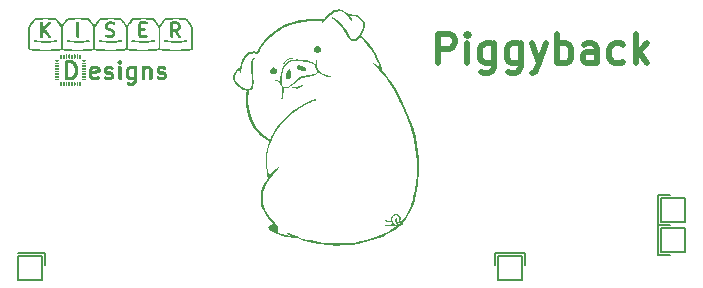
<source format=gbr>
%TF.GenerationSoftware,KiCad,Pcbnew,(7.0.0)*%
%TF.CreationDate,2023-03-18T12:34:52-05:00*%
%TF.ProjectId,Piggyback_2_0,50696767-7962-4616-936b-5f325f302e6b,rev?*%
%TF.SameCoordinates,Original*%
%TF.FileFunction,Legend,Top*%
%TF.FilePolarity,Positive*%
%FSLAX46Y46*%
G04 Gerber Fmt 4.6, Leading zero omitted, Abs format (unit mm)*
G04 Created by KiCad (PCBNEW (7.0.0)) date 2023-03-18 12:34:52*
%MOMM*%
%LPD*%
G01*
G04 APERTURE LIST*
%ADD10C,0.150000*%
%ADD11C,0.200000*%
%ADD12C,0.500000*%
G04 APERTURE END LIST*
D10*
X83343750Y-95789750D02*
X83343750Y-94773750D01*
D11*
X121697750Y-95027750D02*
X123729750Y-95027750D01*
X123729750Y-95027750D02*
X123729750Y-97059750D01*
X123729750Y-97059750D02*
X121697750Y-97059750D01*
X121697750Y-97059750D02*
X121697750Y-95027750D01*
X135509000Y-92646500D02*
X137541000Y-92646500D01*
X137541000Y-92646500D02*
X137541000Y-94678500D01*
X137541000Y-94678500D02*
X135509000Y-94678500D01*
X135509000Y-94678500D02*
X135509000Y-92646500D01*
X81057750Y-95027750D02*
X83089750Y-95027750D01*
X83089750Y-95027750D02*
X83089750Y-97059750D01*
X83089750Y-97059750D02*
X81057750Y-97059750D01*
X81057750Y-97059750D02*
X81057750Y-95027750D01*
D10*
X123983750Y-94773750D02*
X123983750Y-95789750D01*
X135255000Y-89852500D02*
X135255000Y-92392500D01*
X121443750Y-94773750D02*
X123983750Y-94773750D01*
D11*
X135509000Y-90106500D02*
X137541000Y-90106500D01*
X137541000Y-90106500D02*
X137541000Y-92138500D01*
X137541000Y-92138500D02*
X135509000Y-92138500D01*
X135509000Y-92138500D02*
X135509000Y-90106500D01*
D10*
X136271000Y-92392500D02*
X135255000Y-92392500D01*
X135255000Y-94932500D02*
X136271000Y-94932500D01*
X83343750Y-94773750D02*
X81057750Y-94773750D01*
X136271000Y-89852500D02*
X135255000Y-89852500D01*
X135255000Y-92392500D02*
X135255000Y-94932500D01*
X121443750Y-95789750D02*
X121443750Y-94773750D01*
D12*
X116602976Y-78705952D02*
X116602976Y-76205952D01*
X116602976Y-76205952D02*
X117555357Y-76205952D01*
X117555357Y-76205952D02*
X117793452Y-76325000D01*
X117793452Y-76325000D02*
X117912499Y-76444047D01*
X117912499Y-76444047D02*
X118031547Y-76682142D01*
X118031547Y-76682142D02*
X118031547Y-77039285D01*
X118031547Y-77039285D02*
X117912499Y-77277380D01*
X117912499Y-77277380D02*
X117793452Y-77396428D01*
X117793452Y-77396428D02*
X117555357Y-77515476D01*
X117555357Y-77515476D02*
X116602976Y-77515476D01*
X119102976Y-78705952D02*
X119102976Y-77039285D01*
X119102976Y-76205952D02*
X118983928Y-76325000D01*
X118983928Y-76325000D02*
X119102976Y-76444047D01*
X119102976Y-76444047D02*
X119222023Y-76325000D01*
X119222023Y-76325000D02*
X119102976Y-76205952D01*
X119102976Y-76205952D02*
X119102976Y-76444047D01*
X121364880Y-77039285D02*
X121364880Y-79063095D01*
X121364880Y-79063095D02*
X121245833Y-79301190D01*
X121245833Y-79301190D02*
X121126785Y-79420238D01*
X121126785Y-79420238D02*
X120888690Y-79539285D01*
X120888690Y-79539285D02*
X120531547Y-79539285D01*
X120531547Y-79539285D02*
X120293452Y-79420238D01*
X121364880Y-78586904D02*
X121126785Y-78705952D01*
X121126785Y-78705952D02*
X120650594Y-78705952D01*
X120650594Y-78705952D02*
X120412499Y-78586904D01*
X120412499Y-78586904D02*
X120293452Y-78467857D01*
X120293452Y-78467857D02*
X120174404Y-78229761D01*
X120174404Y-78229761D02*
X120174404Y-77515476D01*
X120174404Y-77515476D02*
X120293452Y-77277380D01*
X120293452Y-77277380D02*
X120412499Y-77158333D01*
X120412499Y-77158333D02*
X120650594Y-77039285D01*
X120650594Y-77039285D02*
X121126785Y-77039285D01*
X121126785Y-77039285D02*
X121364880Y-77158333D01*
X123626785Y-77039285D02*
X123626785Y-79063095D01*
X123626785Y-79063095D02*
X123507738Y-79301190D01*
X123507738Y-79301190D02*
X123388690Y-79420238D01*
X123388690Y-79420238D02*
X123150595Y-79539285D01*
X123150595Y-79539285D02*
X122793452Y-79539285D01*
X122793452Y-79539285D02*
X122555357Y-79420238D01*
X123626785Y-78586904D02*
X123388690Y-78705952D01*
X123388690Y-78705952D02*
X122912499Y-78705952D01*
X122912499Y-78705952D02*
X122674404Y-78586904D01*
X122674404Y-78586904D02*
X122555357Y-78467857D01*
X122555357Y-78467857D02*
X122436309Y-78229761D01*
X122436309Y-78229761D02*
X122436309Y-77515476D01*
X122436309Y-77515476D02*
X122555357Y-77277380D01*
X122555357Y-77277380D02*
X122674404Y-77158333D01*
X122674404Y-77158333D02*
X122912499Y-77039285D01*
X122912499Y-77039285D02*
X123388690Y-77039285D01*
X123388690Y-77039285D02*
X123626785Y-77158333D01*
X124579166Y-77039285D02*
X125174404Y-78705952D01*
X125769643Y-77039285D02*
X125174404Y-78705952D01*
X125174404Y-78705952D02*
X124936309Y-79301190D01*
X124936309Y-79301190D02*
X124817262Y-79420238D01*
X124817262Y-79420238D02*
X124579166Y-79539285D01*
X126722024Y-78705952D02*
X126722024Y-76205952D01*
X126722024Y-77158333D02*
X126960119Y-77039285D01*
X126960119Y-77039285D02*
X127436309Y-77039285D01*
X127436309Y-77039285D02*
X127674405Y-77158333D01*
X127674405Y-77158333D02*
X127793452Y-77277380D01*
X127793452Y-77277380D02*
X127912500Y-77515476D01*
X127912500Y-77515476D02*
X127912500Y-78229761D01*
X127912500Y-78229761D02*
X127793452Y-78467857D01*
X127793452Y-78467857D02*
X127674405Y-78586904D01*
X127674405Y-78586904D02*
X127436309Y-78705952D01*
X127436309Y-78705952D02*
X126960119Y-78705952D01*
X126960119Y-78705952D02*
X126722024Y-78586904D01*
X130055357Y-78705952D02*
X130055357Y-77396428D01*
X130055357Y-77396428D02*
X129936310Y-77158333D01*
X129936310Y-77158333D02*
X129698214Y-77039285D01*
X129698214Y-77039285D02*
X129222024Y-77039285D01*
X129222024Y-77039285D02*
X128983929Y-77158333D01*
X130055357Y-78586904D02*
X129817262Y-78705952D01*
X129817262Y-78705952D02*
X129222024Y-78705952D01*
X129222024Y-78705952D02*
X128983929Y-78586904D01*
X128983929Y-78586904D02*
X128864881Y-78348809D01*
X128864881Y-78348809D02*
X128864881Y-78110714D01*
X128864881Y-78110714D02*
X128983929Y-77872619D01*
X128983929Y-77872619D02*
X129222024Y-77753571D01*
X129222024Y-77753571D02*
X129817262Y-77753571D01*
X129817262Y-77753571D02*
X130055357Y-77634523D01*
X132317262Y-78586904D02*
X132079167Y-78705952D01*
X132079167Y-78705952D02*
X131602976Y-78705952D01*
X131602976Y-78705952D02*
X131364881Y-78586904D01*
X131364881Y-78586904D02*
X131245834Y-78467857D01*
X131245834Y-78467857D02*
X131126786Y-78229761D01*
X131126786Y-78229761D02*
X131126786Y-77515476D01*
X131126786Y-77515476D02*
X131245834Y-77277380D01*
X131245834Y-77277380D02*
X131364881Y-77158333D01*
X131364881Y-77158333D02*
X131602976Y-77039285D01*
X131602976Y-77039285D02*
X132079167Y-77039285D01*
X132079167Y-77039285D02*
X132317262Y-77158333D01*
X133388691Y-78705952D02*
X133388691Y-76205952D01*
X133626786Y-77753571D02*
X134341072Y-78705952D01*
X134341072Y-77039285D02*
X133388691Y-77991666D01*
%TO.C,G\u002A\u002A\u002A*%
G36*
X86713431Y-79109902D02*
G01*
X86749510Y-79110414D01*
X86775277Y-79111569D01*
X86793152Y-79113613D01*
X86805557Y-79116791D01*
X86814913Y-79121351D01*
X86821234Y-79125712D01*
X86842826Y-79149696D01*
X86851224Y-79177185D01*
X86846780Y-79204889D01*
X86829843Y-79229517D01*
X86808583Y-79244276D01*
X86795414Y-79249567D01*
X86778758Y-79253286D01*
X86755911Y-79255682D01*
X86724165Y-79257003D01*
X86680817Y-79257500D01*
X86664618Y-79257525D01*
X86617128Y-79257234D01*
X86582078Y-79256194D01*
X86556765Y-79254158D01*
X86538481Y-79250875D01*
X86524521Y-79246097D01*
X86520653Y-79244276D01*
X86494364Y-79224244D01*
X86480298Y-79198609D01*
X86478804Y-79170661D01*
X86490235Y-79143693D01*
X86508002Y-79125712D01*
X86516660Y-79119984D01*
X86526593Y-79115817D01*
X86540223Y-79112966D01*
X86559969Y-79111184D01*
X86588253Y-79110225D01*
X86627496Y-79109842D01*
X86664618Y-79109786D01*
X86713431Y-79109902D01*
G37*
G36*
X84418056Y-80030537D02*
G01*
X84455405Y-80030930D01*
X84482189Y-80031876D01*
X84500704Y-80033615D01*
X84513246Y-80036387D01*
X84522111Y-80040431D01*
X84529592Y-80045986D01*
X84531367Y-80047509D01*
X84547833Y-80069589D01*
X84555344Y-80091935D01*
X84556396Y-80111718D01*
X84550315Y-80127864D01*
X84536784Y-80144978D01*
X84513867Y-80170645D01*
X84382515Y-80172495D01*
X84329666Y-80172897D01*
X84289822Y-80172331D01*
X84260861Y-80170677D01*
X84240655Y-80167812D01*
X84227133Y-80163639D01*
X84202846Y-80147238D01*
X84189965Y-80123377D01*
X84186754Y-80095023D01*
X84192833Y-80066163D01*
X84205354Y-80049059D01*
X84212214Y-80042600D01*
X84219515Y-80037841D01*
X84229529Y-80034523D01*
X84244525Y-80032387D01*
X84266774Y-80031172D01*
X84298549Y-80030619D01*
X84342119Y-80030467D01*
X84367849Y-80030460D01*
X84418056Y-80030537D01*
G37*
G36*
X86714647Y-78882566D02*
G01*
X86751971Y-78883032D01*
X86778672Y-78884072D01*
X86797016Y-78885901D01*
X86809266Y-78888735D01*
X86817690Y-78892789D01*
X86823821Y-78897614D01*
X86844438Y-78924039D01*
X86850266Y-78953247D01*
X86846127Y-78974458D01*
X86840107Y-78990289D01*
X86832531Y-79002219D01*
X86821340Y-79010791D01*
X86804474Y-79016550D01*
X86779874Y-79020042D01*
X86745480Y-79021810D01*
X86699233Y-79022399D01*
X86664826Y-79022413D01*
X86616165Y-79021922D01*
X86574126Y-79020693D01*
X86540979Y-79018846D01*
X86518996Y-79016496D01*
X86511172Y-79014459D01*
X86493673Y-78996989D01*
X86481598Y-78971687D01*
X86478031Y-78945692D01*
X86478880Y-78939689D01*
X86487796Y-78919418D01*
X86502690Y-78900473D01*
X86502704Y-78900460D01*
X86509891Y-78894177D01*
X86517657Y-78889557D01*
X86528297Y-78886345D01*
X86544109Y-78884286D01*
X86567388Y-78883122D01*
X86600432Y-78882600D01*
X86645537Y-78882463D01*
X86664433Y-78882459D01*
X86714647Y-78882566D01*
G37*
G36*
X86360037Y-80271575D02*
G01*
X86369676Y-80279937D01*
X86391826Y-80302087D01*
X86391826Y-80584788D01*
X86369676Y-80606938D01*
X86342219Y-80625567D01*
X86313151Y-80629484D01*
X86284463Y-80618699D01*
X86269541Y-80606477D01*
X86246931Y-80583867D01*
X86251641Y-80294331D01*
X86272902Y-80276059D01*
X86301527Y-80260073D01*
X86331453Y-80258613D01*
X86360037Y-80271575D01*
G37*
G36*
X86713159Y-79568339D02*
G01*
X86748963Y-79568839D01*
X86774447Y-79569981D01*
X86792030Y-79572016D01*
X86804128Y-79575197D01*
X86813159Y-79579776D01*
X86819502Y-79584379D01*
X86842273Y-79609575D01*
X86850320Y-79638037D01*
X86846076Y-79664171D01*
X86839452Y-79680042D01*
X86830109Y-79692017D01*
X86816024Y-79700623D01*
X86795176Y-79706388D01*
X86765542Y-79709840D01*
X86725099Y-79711505D01*
X86671824Y-79711912D01*
X86663100Y-79711899D01*
X86610679Y-79711440D01*
X86571376Y-79710240D01*
X86543164Y-79708146D01*
X86524015Y-79705009D01*
X86511904Y-79700676D01*
X86511786Y-79700612D01*
X86492609Y-79682509D01*
X86481052Y-79656557D01*
X86479455Y-79629113D01*
X86481963Y-79619569D01*
X86493137Y-79601340D01*
X86509734Y-79584379D01*
X86518051Y-79578561D01*
X86527586Y-79574333D01*
X86540756Y-79571444D01*
X86559978Y-79569642D01*
X86587670Y-79568673D01*
X86626250Y-79568287D01*
X86664618Y-79568228D01*
X86713159Y-79568339D01*
G37*
G36*
X85644390Y-80259028D02*
G01*
X85672284Y-80272969D01*
X85680117Y-80279937D01*
X85702267Y-80302087D01*
X85702267Y-80584788D01*
X85680117Y-80606938D01*
X85653724Y-80624192D01*
X85623875Y-80629320D01*
X85595401Y-80621536D01*
X85594287Y-80620903D01*
X85581823Y-80611491D01*
X85572522Y-80598372D01*
X85565956Y-80579427D01*
X85561694Y-80552537D01*
X85559306Y-80515583D01*
X85558363Y-80466445D01*
X85558293Y-80443437D01*
X85558628Y-80392608D01*
X85559749Y-80354680D01*
X85561829Y-80327409D01*
X85565041Y-80308554D01*
X85569559Y-80295873D01*
X85569738Y-80295523D01*
X85589767Y-80270778D01*
X85615768Y-80258455D01*
X85644390Y-80259028D01*
G37*
G36*
X91719688Y-78912575D02*
G01*
X91747113Y-78921465D01*
X91759881Y-78927215D01*
X91795898Y-78945449D01*
X91836776Y-78926734D01*
X91852112Y-78920026D01*
X91866155Y-78915201D01*
X91881651Y-78912005D01*
X91901344Y-78910183D01*
X91927981Y-78909479D01*
X91964306Y-78909638D01*
X92012479Y-78910394D01*
X92147303Y-78912769D01*
X92222921Y-78949212D01*
X92267384Y-78970958D01*
X92300907Y-78988939D01*
X92326276Y-79005810D01*
X92346277Y-79024225D01*
X92363698Y-79046840D01*
X92381326Y-79076309D01*
X92401948Y-79115286D01*
X92406461Y-79124037D01*
X92457667Y-79223449D01*
X92457667Y-79640215D01*
X92457686Y-79732867D01*
X92457654Y-79811616D01*
X92457436Y-79877717D01*
X92456896Y-79932422D01*
X92455900Y-79976985D01*
X92454313Y-80012658D01*
X92451999Y-80040695D01*
X92448825Y-80062348D01*
X92444653Y-80078871D01*
X92439351Y-80091517D01*
X92432782Y-80101539D01*
X92424812Y-80110190D01*
X92415305Y-80118723D01*
X92405173Y-80127470D01*
X92369182Y-80149784D01*
X92329002Y-80159406D01*
X92287690Y-80156953D01*
X92248300Y-80143043D01*
X92213889Y-80118296D01*
X92187567Y-80083431D01*
X92184373Y-80076707D01*
X92181702Y-80068590D01*
X92179506Y-80057752D01*
X92177740Y-80042868D01*
X92176357Y-80022609D01*
X92175310Y-79995651D01*
X92174554Y-79960665D01*
X92174043Y-79916325D01*
X92173729Y-79861305D01*
X92173568Y-79794276D01*
X92173512Y-79713914D01*
X92173508Y-79680318D01*
X92173498Y-79595089D01*
X92173428Y-79523657D01*
X92173243Y-79464666D01*
X92172887Y-79416760D01*
X92172304Y-79378580D01*
X92171437Y-79348771D01*
X92170231Y-79325975D01*
X92168628Y-79308835D01*
X92166574Y-79295994D01*
X92164012Y-79286094D01*
X92160885Y-79277780D01*
X92157138Y-79269694D01*
X92156459Y-79268293D01*
X92136441Y-79237876D01*
X92109310Y-79216566D01*
X92073081Y-79203455D01*
X92025769Y-79197631D01*
X92001371Y-79197141D01*
X91967287Y-79197796D01*
X91942835Y-79200309D01*
X91922504Y-79205890D01*
X91900782Y-79215752D01*
X91889350Y-79221768D01*
X91843884Y-79246182D01*
X91840095Y-79651582D01*
X91836307Y-80056981D01*
X91818853Y-80087422D01*
X91791784Y-80122653D01*
X91757496Y-80145226D01*
X91714320Y-80156132D01*
X91700906Y-80157204D01*
X91663492Y-80156457D01*
X91636559Y-80149491D01*
X91631712Y-80147086D01*
X91601480Y-80127573D01*
X91580909Y-80105724D01*
X91566399Y-80079714D01*
X91563658Y-80073036D01*
X91561300Y-80065069D01*
X91559297Y-80054687D01*
X91557619Y-80040764D01*
X91556236Y-80022175D01*
X91555120Y-79997795D01*
X91554242Y-79966498D01*
X91553572Y-79927159D01*
X91553082Y-79878652D01*
X91552741Y-79819852D01*
X91552521Y-79749633D01*
X91552393Y-79666870D01*
X91552327Y-79570438D01*
X91552314Y-79536517D01*
X91552395Y-79417721D01*
X91552720Y-79313994D01*
X91553290Y-79225254D01*
X91554106Y-79151418D01*
X91555171Y-79092402D01*
X91556484Y-79048123D01*
X91558048Y-79018498D01*
X91559863Y-79003444D01*
X91560208Y-79002299D01*
X91579946Y-78969368D01*
X91610403Y-78940988D01*
X91647224Y-78920130D01*
X91686057Y-78909764D01*
X91696732Y-78909147D01*
X91719688Y-78912575D01*
G37*
G36*
X84753574Y-80271560D02*
G01*
X84763232Y-80279937D01*
X84785382Y-80302087D01*
X84785382Y-80584788D01*
X84763232Y-80606938D01*
X84735807Y-80625171D01*
X84706073Y-80629022D01*
X84676671Y-80618384D01*
X84666458Y-80610800D01*
X84645197Y-80592512D01*
X84645197Y-80294363D01*
X84666458Y-80276075D01*
X84695073Y-80260078D01*
X84724992Y-80258608D01*
X84753574Y-80271560D01*
G37*
G36*
X89744395Y-78918376D02*
G01*
X89781156Y-78935742D01*
X89811201Y-78966076D01*
X89822636Y-78983521D01*
X89843407Y-79018855D01*
X89843407Y-79534129D01*
X89843397Y-79635041D01*
X89843347Y-79721921D01*
X89843224Y-79795894D01*
X89842996Y-79858083D01*
X89842630Y-79909612D01*
X89842095Y-79951606D01*
X89841357Y-79985188D01*
X89840384Y-80011482D01*
X89839145Y-80031611D01*
X89837606Y-80046701D01*
X89835736Y-80057874D01*
X89833502Y-80066254D01*
X89830871Y-80072965D01*
X89827812Y-80079132D01*
X89827718Y-80079310D01*
X89811359Y-80103456D01*
X89789965Y-80126710D01*
X89783866Y-80132012D01*
X89763999Y-80145782D01*
X89743556Y-80153326D01*
X89715968Y-80156852D01*
X89708623Y-80157290D01*
X89670441Y-80156655D01*
X89642221Y-80149674D01*
X89636838Y-80147174D01*
X89600165Y-80120267D01*
X89573441Y-80083089D01*
X89559615Y-80043595D01*
X89557682Y-80027662D01*
X89556079Y-79999805D01*
X89554801Y-79959588D01*
X89553844Y-79906575D01*
X89553201Y-79840329D01*
X89552869Y-79760412D01*
X89552840Y-79666389D01*
X89553112Y-79557824D01*
X89553300Y-79510815D01*
X89555459Y-79018855D01*
X89572659Y-78986659D01*
X89600078Y-78949810D01*
X89636035Y-78925397D01*
X89679900Y-78913790D01*
X89698880Y-78912813D01*
X89744395Y-78918376D01*
G37*
G36*
X82510105Y-76763268D02*
G01*
X82540630Y-76765401D01*
X82580356Y-76768778D01*
X82630754Y-76773485D01*
X82693297Y-76779608D01*
X82768580Y-76787144D01*
X82842111Y-76794522D01*
X82904112Y-76800599D01*
X82957180Y-76805502D01*
X83003912Y-76809356D01*
X83046905Y-76812287D01*
X83088756Y-76814422D01*
X83132061Y-76815888D01*
X83179418Y-76816809D01*
X83233423Y-76817313D01*
X83296673Y-76817525D01*
X83371766Y-76817571D01*
X83394898Y-76817572D01*
X83473729Y-76817549D01*
X83540000Y-76817394D01*
X83596306Y-76816983D01*
X83645243Y-76816189D01*
X83689406Y-76814886D01*
X83731390Y-76812948D01*
X83773791Y-76810250D01*
X83819204Y-76806665D01*
X83870223Y-76802068D01*
X83929445Y-76796333D01*
X83999464Y-76789333D01*
X84020465Y-76787220D01*
X84106993Y-76778694D01*
X84179048Y-76772009D01*
X84237193Y-76767122D01*
X84281994Y-76763993D01*
X84314015Y-76762581D01*
X84333821Y-76762846D01*
X84340726Y-76764009D01*
X84364728Y-76780164D01*
X84378898Y-76804061D01*
X84383063Y-76831764D01*
X84377053Y-76859337D01*
X84360696Y-76882848D01*
X84346344Y-76893101D01*
X84335949Y-76895470D01*
X84312161Y-76899088D01*
X84276673Y-76903751D01*
X84231176Y-76909258D01*
X84177364Y-76915405D01*
X84116929Y-76921990D01*
X84051564Y-76928810D01*
X84029496Y-76931047D01*
X83726564Y-76961546D01*
X83378870Y-76960651D01*
X83297031Y-76960420D01*
X83228018Y-76960113D01*
X83169502Y-76959619D01*
X83119155Y-76958825D01*
X83074647Y-76957621D01*
X83033651Y-76955895D01*
X82993836Y-76953536D01*
X82952874Y-76950434D01*
X82908437Y-76946476D01*
X82858195Y-76941551D01*
X82799819Y-76935548D01*
X82754594Y-76930826D01*
X82691006Y-76924201D01*
X82631821Y-76918083D01*
X82578816Y-76912652D01*
X82533770Y-76908090D01*
X82498461Y-76904576D01*
X82474668Y-76902289D01*
X82464169Y-76901411D01*
X82450252Y-76895999D01*
X82432805Y-76883143D01*
X82428176Y-76878776D01*
X82410040Y-76851728D01*
X82405473Y-76822959D01*
X82413999Y-76795793D01*
X82435143Y-76773553D01*
X82443990Y-76768279D01*
X82450584Y-76765472D01*
X82459020Y-76763482D01*
X82470772Y-76762394D01*
X82487309Y-76762294D01*
X82510105Y-76763268D01*
G37*
G36*
X85429979Y-77969571D02*
G01*
X85444891Y-77977182D01*
X85456134Y-77987380D01*
X85464210Y-78002234D01*
X85469625Y-78023810D01*
X85472883Y-78054176D01*
X85474486Y-78095399D01*
X85474939Y-78149547D01*
X85474940Y-78154055D01*
X85474880Y-78201790D01*
X85474491Y-78236836D01*
X85473463Y-78261661D01*
X85471485Y-78278731D01*
X85468247Y-78290512D01*
X85463438Y-78299472D01*
X85456746Y-78308076D01*
X85455323Y-78309771D01*
X85439174Y-78325406D01*
X85421455Y-78332011D01*
X85402953Y-78333085D01*
X85379197Y-78330955D01*
X85362633Y-78322298D01*
X85350584Y-78309771D01*
X85343690Y-78301215D01*
X85338637Y-78292759D01*
X85335138Y-78282027D01*
X85332907Y-78266641D01*
X85331659Y-78244225D01*
X85331109Y-78212401D01*
X85330971Y-78168792D01*
X85330966Y-78146509D01*
X85331026Y-78097234D01*
X85331384Y-78060806D01*
X85332306Y-78034917D01*
X85334059Y-78017257D01*
X85336910Y-78005520D01*
X85341126Y-77997396D01*
X85346974Y-77990577D01*
X85349258Y-77988270D01*
X85377484Y-77968872D01*
X85408051Y-77964100D01*
X85429979Y-77969571D01*
G37*
G36*
X89149692Y-75207484D02*
G01*
X89188979Y-75220971D01*
X89224624Y-75234397D01*
X89253359Y-75246445D01*
X89271915Y-75255800D01*
X89275169Y-75258010D01*
X89299910Y-75286208D01*
X89313038Y-75320261D01*
X89314901Y-75356715D01*
X89305845Y-75392113D01*
X89286215Y-75423001D01*
X89256359Y-75445924D01*
X89256345Y-75445931D01*
X89235654Y-75455030D01*
X89215829Y-75459492D01*
X89193580Y-75459070D01*
X89165613Y-75453522D01*
X89128636Y-75442602D01*
X89104594Y-75434666D01*
X89074256Y-75424642D01*
X89049909Y-75417526D01*
X89027821Y-75412821D01*
X89004262Y-75410028D01*
X88975500Y-75408650D01*
X88937803Y-75408189D01*
X88905837Y-75408145D01*
X88859894Y-75408298D01*
X88826172Y-75408985D01*
X88801739Y-75410547D01*
X88783661Y-75413326D01*
X88769007Y-75417662D01*
X88754843Y-75423897D01*
X88750091Y-75426270D01*
X88726981Y-75439454D01*
X88708175Y-75452720D01*
X88701972Y-75458474D01*
X88682396Y-75487224D01*
X88666934Y-75521818D01*
X88658380Y-75555425D01*
X88657518Y-75567224D01*
X88662069Y-75596148D01*
X88673849Y-75629186D01*
X88690047Y-75659930D01*
X88707847Y-75681968D01*
X88735196Y-75700492D01*
X88775244Y-75718832D01*
X88828760Y-75737283D01*
X88896510Y-75756139D01*
X88909947Y-75759517D01*
X89001293Y-75785970D01*
X89079772Y-75816752D01*
X89144759Y-75851577D01*
X89195631Y-75890158D01*
X89196702Y-75891154D01*
X89219364Y-75915597D01*
X89241223Y-75946591D01*
X89264462Y-75987397D01*
X89275390Y-76008708D01*
X89316766Y-76091362D01*
X89316766Y-76172753D01*
X89316567Y-76209084D01*
X89315209Y-76235293D01*
X89311554Y-76256411D01*
X89304463Y-76277472D01*
X89292796Y-76303507D01*
X89282171Y-76325580D01*
X89248915Y-76385563D01*
X89211703Y-76434011D01*
X89167224Y-76474281D01*
X89112167Y-76509729D01*
X89087682Y-76522683D01*
X89013939Y-76559935D01*
X88841411Y-76559458D01*
X88668884Y-76558981D01*
X88574474Y-76526175D01*
X88530719Y-76510275D01*
X88499111Y-76496972D01*
X88477130Y-76485042D01*
X88462258Y-76473259D01*
X88459383Y-76470224D01*
X88436914Y-76435091D01*
X88427805Y-76397123D01*
X88431802Y-76359303D01*
X88448652Y-76324617D01*
X88473959Y-76299019D01*
X88500976Y-76285566D01*
X88535075Y-76281105D01*
X88577756Y-76285691D01*
X88630520Y-76299382D01*
X88649535Y-76305611D01*
X88681012Y-76316127D01*
X88706076Y-76323485D01*
X88728726Y-76328246D01*
X88752961Y-76330976D01*
X88782781Y-76332237D01*
X88822185Y-76332593D01*
X88841170Y-76332608D01*
X88886239Y-76332381D01*
X88919172Y-76331477D01*
X88942983Y-76329561D01*
X88960688Y-76326300D01*
X88975300Y-76321359D01*
X88985549Y-76316598D01*
X89022157Y-76294578D01*
X89048802Y-76268616D01*
X89070634Y-76233652D01*
X89071245Y-76232457D01*
X89084787Y-76198656D01*
X89087851Y-76167694D01*
X89080206Y-76135007D01*
X89064599Y-76101492D01*
X89048395Y-76074257D01*
X89031937Y-76055654D01*
X89009648Y-76040122D01*
X88994719Y-76031848D01*
X88966232Y-76019239D01*
X88926190Y-76005113D01*
X88877966Y-75990582D01*
X88835591Y-75979370D01*
X88752185Y-75956162D01*
X88682028Y-75930824D01*
X88623237Y-75902075D01*
X88573928Y-75868630D01*
X88532218Y-75829208D01*
X88496225Y-75782524D01*
X88464065Y-75727296D01*
X88463218Y-75725647D01*
X88426751Y-75654416D01*
X88426577Y-75567274D01*
X88426402Y-75480132D01*
X88465539Y-75404356D01*
X88496302Y-75350321D01*
X88528219Y-75307338D01*
X88564764Y-75272043D01*
X88609406Y-75241073D01*
X88664424Y-75211644D01*
X88743316Y-75173240D01*
X89044915Y-75173240D01*
X89149692Y-75207484D01*
G37*
G36*
X85048405Y-79860151D02*
G01*
X85047864Y-79793707D01*
X85047446Y-79715799D01*
X85047141Y-79625657D01*
X85046940Y-79522509D01*
X85046832Y-79405585D01*
X85046808Y-79303014D01*
X85046869Y-79197882D01*
X85047047Y-79096638D01*
X85047333Y-79000361D01*
X85047719Y-78910133D01*
X85048197Y-78827035D01*
X85048756Y-78752148D01*
X85049071Y-78719541D01*
X85338544Y-78719541D01*
X85338544Y-79871331D01*
X85427562Y-79871331D01*
X85469049Y-79870878D01*
X85500777Y-79868993D01*
X85528129Y-79864885D01*
X85556488Y-79857768D01*
X85588585Y-79847721D01*
X85623892Y-79835502D01*
X85649569Y-79824304D01*
X85670619Y-79811201D01*
X85692046Y-79793273D01*
X85708565Y-79777628D01*
X85739842Y-79744086D01*
X85766004Y-79708081D01*
X85788384Y-79666900D01*
X85808321Y-79617830D01*
X85827149Y-79558159D01*
X85839682Y-79511397D01*
X85851118Y-79465357D01*
X85859084Y-79429292D01*
X85864197Y-79398585D01*
X85867076Y-79368618D01*
X85868340Y-79334774D01*
X85868608Y-79295436D01*
X85868296Y-79253767D01*
X85866949Y-79220303D01*
X85863947Y-79190426D01*
X85858673Y-79159518D01*
X85850508Y-79122962D01*
X85839682Y-79079475D01*
X85820852Y-79011275D01*
X85801800Y-78955475D01*
X85781190Y-78909364D01*
X85757686Y-78870228D01*
X85729951Y-78835355D01*
X85708565Y-78813244D01*
X85684206Y-78790605D01*
X85663479Y-78774695D01*
X85641381Y-78762590D01*
X85612909Y-78751367D01*
X85588585Y-78743151D01*
X85554436Y-78732514D01*
X85526314Y-78725624D01*
X85498836Y-78721692D01*
X85466619Y-78719927D01*
X85427562Y-78719541D01*
X85338544Y-78719541D01*
X85049071Y-78719541D01*
X85049390Y-78686553D01*
X85050090Y-78631331D01*
X85050847Y-78587564D01*
X85051652Y-78556331D01*
X85052497Y-78538715D01*
X85052865Y-78535623D01*
X85065384Y-78505139D01*
X85087635Y-78475125D01*
X85115039Y-78451031D01*
X85131694Y-78441831D01*
X85143607Y-78438531D01*
X85162703Y-78435958D01*
X85190483Y-78434046D01*
X85228449Y-78432729D01*
X85278100Y-78431939D01*
X85340938Y-78431612D01*
X85363212Y-78431594D01*
X85570228Y-78431594D01*
X85679819Y-78468307D01*
X85720031Y-78482064D01*
X85756813Y-78495170D01*
X85786961Y-78506447D01*
X85807269Y-78514714D01*
X85812142Y-78517030D01*
X85825441Y-78526613D01*
X85846689Y-78544870D01*
X85873369Y-78569518D01*
X85902963Y-78598269D01*
X85915667Y-78611029D01*
X85948190Y-78644504D01*
X85972515Y-78671250D01*
X85991377Y-78695033D01*
X86007515Y-78719615D01*
X86023665Y-78748759D01*
X86041438Y-78783950D01*
X86058802Y-78820269D01*
X86073172Y-78853707D01*
X86085802Y-78887909D01*
X86097947Y-78926517D01*
X86110858Y-78973176D01*
X86123564Y-79022644D01*
X86136161Y-79073044D01*
X86145529Y-79112260D01*
X86152148Y-79143800D01*
X86156494Y-79171173D01*
X86159045Y-79197890D01*
X86160280Y-79227461D01*
X86160676Y-79263394D01*
X86160710Y-79295436D01*
X86160623Y-79338180D01*
X86160045Y-79372016D01*
X86158496Y-79400453D01*
X86155499Y-79427000D01*
X86150577Y-79455166D01*
X86143251Y-79488463D01*
X86133044Y-79530398D01*
X86123562Y-79568228D01*
X86109324Y-79623568D01*
X86097008Y-79667741D01*
X86085343Y-79704394D01*
X86073056Y-79737174D01*
X86058876Y-79769729D01*
X86041533Y-79805707D01*
X86039037Y-79810711D01*
X86019853Y-79848416D01*
X86003835Y-79877316D01*
X85988255Y-79901100D01*
X85970381Y-79923459D01*
X85947486Y-79948085D01*
X85916838Y-79978666D01*
X85909479Y-79985880D01*
X85878912Y-80015100D01*
X85850280Y-80041196D01*
X85826135Y-80061932D01*
X85809030Y-80075072D01*
X85804564Y-80077786D01*
X85789313Y-80084200D01*
X85762879Y-80094029D01*
X85728527Y-80106107D01*
X85689520Y-80119270D01*
X85674322Y-80124260D01*
X85566813Y-80159279D01*
X85359853Y-80159232D01*
X85296153Y-80159091D01*
X85245827Y-80158641D01*
X85207095Y-80157788D01*
X85178178Y-80156442D01*
X85157297Y-80154510D01*
X85142671Y-80151901D01*
X85132522Y-80148523D01*
X85130161Y-80147386D01*
X85094329Y-80122514D01*
X85067408Y-80091092D01*
X85056455Y-80068992D01*
X85054780Y-80061221D01*
X85053297Y-80047379D01*
X85051995Y-80026697D01*
X85050864Y-79998404D01*
X85049896Y-79961729D01*
X85049079Y-79915902D01*
X85048540Y-79871331D01*
X85048405Y-79860151D01*
G37*
G36*
X86354211Y-77973243D02*
G01*
X86373534Y-77988270D01*
X86379967Y-77995160D01*
X86384681Y-78002610D01*
X86387945Y-78012926D01*
X86390023Y-78028419D01*
X86391185Y-78051395D01*
X86391696Y-78084163D01*
X86391823Y-78129033D01*
X86391826Y-78146509D01*
X86391775Y-78195747D01*
X86391431Y-78232206D01*
X86390510Y-78258265D01*
X86388725Y-78276300D01*
X86385790Y-78288688D01*
X86381421Y-78297806D01*
X86375331Y-78306031D01*
X86372208Y-78309771D01*
X86356060Y-78325406D01*
X86338341Y-78332011D01*
X86319839Y-78333085D01*
X86296082Y-78330955D01*
X86279519Y-78322298D01*
X86267469Y-78309771D01*
X86260407Y-78300970D01*
X86255283Y-78292255D01*
X86251786Y-78281162D01*
X86249605Y-78265222D01*
X86248430Y-78241970D01*
X86247949Y-78208939D01*
X86247853Y-78163661D01*
X86247852Y-78154055D01*
X86248241Y-78098884D01*
X86249743Y-78056789D01*
X86252862Y-78025701D01*
X86258103Y-78003554D01*
X86265969Y-77988281D01*
X86276964Y-77977813D01*
X86291591Y-77970083D01*
X86292813Y-77969571D01*
X86324213Y-77963986D01*
X86354211Y-77973243D01*
G37*
G36*
X86713163Y-80030889D02*
G01*
X86755030Y-80032096D01*
X86787916Y-80033964D01*
X86809519Y-80036374D01*
X86816589Y-80038262D01*
X86834705Y-80055215D01*
X86847300Y-80080243D01*
X86851280Y-80106458D01*
X86850356Y-80113415D01*
X86841441Y-80133693D01*
X86826555Y-80152642D01*
X86826553Y-80152644D01*
X86819064Y-80159114D01*
X86810825Y-80163848D01*
X86799443Y-80167151D01*
X86782526Y-80169330D01*
X86757680Y-80170688D01*
X86722514Y-80171533D01*
X86674635Y-80172169D01*
X86673500Y-80172182D01*
X86629344Y-80172441D01*
X86590002Y-80172208D01*
X86558168Y-80171534D01*
X86536535Y-80170473D01*
X86528222Y-80169323D01*
X86505259Y-80154352D01*
X86486614Y-80131766D01*
X86478880Y-80113415D01*
X86479726Y-80088164D01*
X86490101Y-80062070D01*
X86506909Y-80042018D01*
X86512647Y-80038262D01*
X86525263Y-80035551D01*
X86550727Y-80033301D01*
X86586738Y-80031632D01*
X86630993Y-80030661D01*
X86664618Y-80030460D01*
X86713163Y-80030889D01*
G37*
G36*
X93481453Y-78959646D02*
G01*
X93519724Y-78980206D01*
X93553014Y-78999998D01*
X93578362Y-79017160D01*
X93592571Y-79029546D01*
X93615773Y-79067516D01*
X93626276Y-79108785D01*
X93624637Y-79150421D01*
X93611415Y-79189490D01*
X93587170Y-79223061D01*
X93552461Y-79248201D01*
X93550733Y-79249053D01*
X93518619Y-79261226D01*
X93487112Y-79265053D01*
X93452884Y-79260185D01*
X93412609Y-79246271D01*
X93379168Y-79231027D01*
X93346258Y-79215402D01*
X93321801Y-79205454D01*
X93300783Y-79199909D01*
X93278189Y-79197492D01*
X93249006Y-79196931D01*
X93244964Y-79196928D01*
X93190496Y-79200713D01*
X93148205Y-79212381D01*
X93117053Y-79232399D01*
X93096001Y-79261232D01*
X93094449Y-79264535D01*
X93086193Y-79284575D01*
X93084493Y-79298718D01*
X93089349Y-79314730D01*
X93094449Y-79326337D01*
X93109310Y-79350340D01*
X93131569Y-79368408D01*
X93144602Y-79375591D01*
X93160786Y-79383143D01*
X93176456Y-79388296D01*
X93194996Y-79391500D01*
X93219792Y-79393205D01*
X93254227Y-79393864D01*
X93282334Y-79393944D01*
X93383848Y-79393944D01*
X93473920Y-79438379D01*
X93509823Y-79456928D01*
X93542592Y-79475378D01*
X93568795Y-79491697D01*
X93584999Y-79503851D01*
X93585861Y-79504683D01*
X93597533Y-79519803D01*
X93613557Y-79545235D01*
X93631897Y-79577548D01*
X93650521Y-79613307D01*
X93652164Y-79616624D01*
X93696599Y-79706696D01*
X93696599Y-79846527D01*
X93652164Y-79936599D01*
X93633616Y-79972502D01*
X93615165Y-80005272D01*
X93598846Y-80031475D01*
X93586692Y-80047679D01*
X93585861Y-80048540D01*
X93570740Y-80060213D01*
X93545308Y-80076236D01*
X93512995Y-80094576D01*
X93477236Y-80113201D01*
X93473920Y-80114844D01*
X93383848Y-80159279D01*
X93030897Y-80159279D01*
X92940283Y-80113920D01*
X92893068Y-80088865D01*
X92856306Y-80066346D01*
X92831651Y-80047406D01*
X92826376Y-80042032D01*
X92802101Y-80004409D01*
X92791026Y-79964308D01*
X92792073Y-79924154D01*
X92804160Y-79886370D01*
X92826206Y-79853382D01*
X92857133Y-79827612D01*
X92895858Y-79811485D01*
X92931052Y-79807159D01*
X92955039Y-79808430D01*
X92978444Y-79813439D01*
X93005879Y-79823538D01*
X93039973Y-79839126D01*
X93107004Y-79871331D01*
X93212664Y-79871331D01*
X93266494Y-79870404D01*
X93307596Y-79867098D01*
X93338313Y-79860628D01*
X93360988Y-79850206D01*
X93377964Y-79835047D01*
X93391585Y-79814364D01*
X93393535Y-79810634D01*
X93408933Y-79780452D01*
X93390484Y-79744044D01*
X93379243Y-79724121D01*
X93366974Y-79709298D01*
X93351255Y-79698720D01*
X93329667Y-79691531D01*
X93299789Y-79686874D01*
X93259201Y-79683894D01*
X93215262Y-79682068D01*
X93101438Y-79678103D01*
X93029284Y-79643193D01*
X92984494Y-79621330D01*
X92950701Y-79603602D01*
X92925269Y-79587530D01*
X92905557Y-79570637D01*
X92888927Y-79550444D01*
X92872742Y-79524473D01*
X92854363Y-79490245D01*
X92842984Y-79468207D01*
X92791080Y-79367423D01*
X92791080Y-79220771D01*
X92839284Y-79125237D01*
X92866165Y-79074642D01*
X92888675Y-79038030D01*
X92906692Y-79015593D01*
X92911271Y-79011603D01*
X92927543Y-79001104D01*
X92953797Y-78986243D01*
X92986283Y-78969072D01*
X93018164Y-78953136D01*
X93101275Y-78912769D01*
X93389708Y-78912769D01*
X93481453Y-78959646D01*
G37*
G36*
X84420955Y-79568617D02*
G01*
X84463051Y-79570119D01*
X84494138Y-79573239D01*
X84516285Y-79578480D01*
X84531558Y-79586345D01*
X84542026Y-79597340D01*
X84549756Y-79611967D01*
X84550268Y-79613189D01*
X84555853Y-79644590D01*
X84546596Y-79674587D01*
X84531570Y-79693911D01*
X84524679Y-79700343D01*
X84517230Y-79705058D01*
X84506913Y-79708321D01*
X84491421Y-79710400D01*
X84468444Y-79711561D01*
X84435676Y-79712072D01*
X84390807Y-79712199D01*
X84373330Y-79712202D01*
X84324092Y-79712151D01*
X84287633Y-79711808D01*
X84261574Y-79710886D01*
X84243539Y-79709101D01*
X84231152Y-79706167D01*
X84222034Y-79701797D01*
X84213809Y-79695708D01*
X84210068Y-79692585D01*
X84194433Y-79676436D01*
X84187828Y-79658717D01*
X84186754Y-79640215D01*
X84188884Y-79616459D01*
X84197541Y-79599895D01*
X84210068Y-79587846D01*
X84218870Y-79580784D01*
X84227584Y-79575660D01*
X84238677Y-79572162D01*
X84254617Y-79569982D01*
X84277869Y-79568806D01*
X84310901Y-79568326D01*
X84356178Y-79568229D01*
X84365785Y-79568228D01*
X84420955Y-79568617D01*
G37*
G36*
X88918944Y-78912769D02*
G01*
X89011889Y-78960791D01*
X89057649Y-78985443D01*
X89091501Y-79006586D01*
X89115629Y-79026284D01*
X89132216Y-79046606D01*
X89143446Y-79069617D01*
X89150096Y-79091570D01*
X89153993Y-79136074D01*
X89143017Y-79178293D01*
X89117654Y-79217100D01*
X89086142Y-79245591D01*
X89051709Y-79261546D01*
X89012867Y-79265063D01*
X88968131Y-79256242D01*
X88916013Y-79235180D01*
X88907577Y-79231027D01*
X88875665Y-79215355D01*
X88852003Y-79205409D01*
X88831413Y-79199888D01*
X88808715Y-79197497D01*
X88778730Y-79196935D01*
X88771535Y-79196928D01*
X88720164Y-79199511D01*
X88680948Y-79207902D01*
X88651684Y-79223058D01*
X88630167Y-79245939D01*
X88620622Y-79262607D01*
X88604425Y-79295943D01*
X88619358Y-79325214D01*
X88642885Y-79355259D01*
X88669592Y-79374215D01*
X88684735Y-79382167D01*
X88698891Y-79387640D01*
X88715309Y-79391094D01*
X88737241Y-79392989D01*
X88767940Y-79393785D01*
X88808902Y-79393944D01*
X88912913Y-79393944D01*
X88995493Y-79434491D01*
X89030483Y-79452407D01*
X89062838Y-79470287D01*
X89088714Y-79485932D01*
X89103183Y-79496192D01*
X89118965Y-79514056D01*
X89138981Y-79543995D01*
X89161932Y-79583972D01*
X89175127Y-79609091D01*
X89221961Y-79700836D01*
X89221961Y-79852387D01*
X89175127Y-79944132D01*
X89151128Y-79988696D01*
X89129362Y-80024323D01*
X89111126Y-80048979D01*
X89103183Y-80057031D01*
X89086303Y-80068835D01*
X89059525Y-80084834D01*
X89026692Y-80102826D01*
X88995493Y-80118732D01*
X88912913Y-80159279D01*
X88560040Y-80159279D01*
X88460870Y-80109640D01*
X88419669Y-80088557D01*
X88389823Y-80071957D01*
X88368834Y-80058170D01*
X88354207Y-80045531D01*
X88343444Y-80032369D01*
X88341987Y-80030215D01*
X88323470Y-79989827D01*
X88318193Y-79947544D01*
X88325114Y-79906161D01*
X88343194Y-79868474D01*
X88371394Y-79837282D01*
X88408673Y-79815379D01*
X88423720Y-79810412D01*
X88451068Y-79805656D01*
X88478643Y-79807195D01*
X88509964Y-79815791D01*
X88548551Y-79832206D01*
X88567777Y-79841619D01*
X88626871Y-79871331D01*
X88732923Y-79871331D01*
X88788587Y-79870285D01*
X88831429Y-79866646D01*
X88863673Y-79859663D01*
X88887539Y-79848583D01*
X88905250Y-79832654D01*
X88919027Y-79811126D01*
X88920682Y-79807800D01*
X88935818Y-79776611D01*
X88920578Y-79745178D01*
X88907415Y-79723629D01*
X88890177Y-79707343D01*
X88866718Y-79695588D01*
X88834893Y-79687633D01*
X88792555Y-79682744D01*
X88737557Y-79680190D01*
X88729505Y-79679994D01*
X88623419Y-79677619D01*
X88543854Y-79637268D01*
X88500020Y-79614699D01*
X88467030Y-79596062D01*
X88442120Y-79578618D01*
X88422525Y-79559631D01*
X88405480Y-79536362D01*
X88388221Y-79506074D01*
X88367984Y-79466029D01*
X88365169Y-79460328D01*
X88346230Y-79421693D01*
X88332982Y-79393199D01*
X88324408Y-79371399D01*
X88319492Y-79352845D01*
X88317216Y-79334089D01*
X88316563Y-79311682D01*
X88316527Y-79295436D01*
X88316703Y-79269169D01*
X88317913Y-79248638D01*
X88321184Y-79230364D01*
X88327540Y-79210871D01*
X88338007Y-79186680D01*
X88353611Y-79154316D01*
X88364845Y-79131586D01*
X88383617Y-79095042D01*
X88401696Y-79062273D01*
X88417335Y-79036286D01*
X88428783Y-79020091D01*
X88431149Y-79017582D01*
X88444494Y-79008222D01*
X88468408Y-78994128D01*
X88499760Y-78977052D01*
X88535421Y-78958743D01*
X88543854Y-78954565D01*
X88638574Y-78907977D01*
X88918944Y-78912769D01*
G37*
G36*
X86719589Y-78651746D02*
G01*
X86761455Y-78653318D01*
X86792257Y-78656609D01*
X86814031Y-78662166D01*
X86828816Y-78670536D01*
X86838651Y-78682268D01*
X86845575Y-78697908D01*
X86846341Y-78700177D01*
X86849242Y-78729640D01*
X86840619Y-78757975D01*
X86822523Y-78780067D01*
X86811659Y-78786689D01*
X86796909Y-78789837D01*
X86770299Y-78792217D01*
X86735022Y-78793835D01*
X86694272Y-78794694D01*
X86651243Y-78794799D01*
X86609128Y-78794157D01*
X86571121Y-78792770D01*
X86540415Y-78790644D01*
X86520205Y-78787784D01*
X86515359Y-78786246D01*
X86500977Y-78774105D01*
X86487775Y-78755024D01*
X86486451Y-78752371D01*
X86478728Y-78730615D01*
X86479808Y-78710808D01*
X86482895Y-78700177D01*
X86489597Y-78684006D01*
X86498955Y-78671814D01*
X86513006Y-78663051D01*
X86533791Y-78657171D01*
X86563346Y-78653626D01*
X86603711Y-78651868D01*
X86656923Y-78651348D01*
X86664618Y-78651343D01*
X86719589Y-78651746D01*
G37*
G36*
X84418056Y-78424094D02*
G01*
X84455405Y-78424486D01*
X84482189Y-78425432D01*
X84500704Y-78427171D01*
X84513246Y-78429943D01*
X84522111Y-78433987D01*
X84529592Y-78439542D01*
X84531367Y-78441066D01*
X84547833Y-78463145D01*
X84555344Y-78485491D01*
X84556396Y-78505274D01*
X84550315Y-78521420D01*
X84536783Y-78538534D01*
X84513866Y-78564201D01*
X84378726Y-78565858D01*
X84333931Y-78566026D01*
X84293526Y-78565464D01*
X84260312Y-78564267D01*
X84237090Y-78562530D01*
X84227347Y-78560719D01*
X84204761Y-78543847D01*
X84190888Y-78518597D01*
X84186581Y-78489549D01*
X84192693Y-78461285D01*
X84205354Y-78442615D01*
X84212214Y-78436156D01*
X84219515Y-78431397D01*
X84229529Y-78428079D01*
X84244525Y-78425943D01*
X84266774Y-78424728D01*
X84298549Y-78424175D01*
X84342119Y-78424023D01*
X84367849Y-78424016D01*
X84418056Y-78424094D01*
G37*
G36*
X85243208Y-76761945D02*
G01*
X85278656Y-76764470D01*
X85324108Y-76768159D01*
X85377874Y-76772874D01*
X85438266Y-76778475D01*
X85503594Y-76784822D01*
X85525987Y-76787061D01*
X85600179Y-76794504D01*
X85662675Y-76800626D01*
X85716114Y-76805556D01*
X85763130Y-76809423D01*
X85806362Y-76812357D01*
X85848445Y-76814485D01*
X85892016Y-76815938D01*
X85939713Y-76816844D01*
X85994171Y-76817332D01*
X86058028Y-76817532D01*
X86133920Y-76817572D01*
X86149344Y-76817572D01*
X86227762Y-76817547D01*
X86293659Y-76817385D01*
X86349666Y-76816957D01*
X86398418Y-76816136D01*
X86442548Y-76814793D01*
X86484689Y-76812799D01*
X86527474Y-76810026D01*
X86573536Y-76806345D01*
X86625508Y-76801627D01*
X86686024Y-76795745D01*
X86757717Y-76788569D01*
X86771121Y-76787220D01*
X86860038Y-76778492D01*
X86934774Y-76771638D01*
X86995168Y-76766668D01*
X87041054Y-76763596D01*
X87072272Y-76762434D01*
X87088657Y-76763192D01*
X87090252Y-76763618D01*
X87117084Y-76781076D01*
X87132632Y-76807210D01*
X87135823Y-76839492D01*
X87131443Y-76860502D01*
X87127983Y-76869458D01*
X87122864Y-76877088D01*
X87114727Y-76883670D01*
X87102218Y-76889483D01*
X87083978Y-76894804D01*
X87058650Y-76899913D01*
X87024877Y-76905087D01*
X86981303Y-76910605D01*
X86926571Y-76916745D01*
X86859322Y-76923786D01*
X86787380Y-76931082D01*
X86484798Y-76961546D01*
X86133315Y-76960660D01*
X86050928Y-76960432D01*
X85981378Y-76960127D01*
X85922345Y-76959635D01*
X85871511Y-76958849D01*
X85826557Y-76957659D01*
X85785163Y-76955957D01*
X85745011Y-76953632D01*
X85703783Y-76950577D01*
X85659158Y-76946683D01*
X85608820Y-76941840D01*
X85550448Y-76935940D01*
X85502884Y-76931053D01*
X85438758Y-76924377D01*
X85378818Y-76917997D01*
X85324875Y-76912116D01*
X85278740Y-76906938D01*
X85242224Y-76902666D01*
X85217139Y-76899503D01*
X85205295Y-76897652D01*
X85205230Y-76897636D01*
X85187563Y-76886893D01*
X85171033Y-76866954D01*
X85159587Y-76843516D01*
X85156711Y-76827625D01*
X85162224Y-76809673D01*
X85175886Y-76788799D01*
X85193308Y-76770595D01*
X85209083Y-76760944D01*
X85219454Y-76760723D01*
X85243208Y-76761945D01*
G37*
G36*
X83768863Y-75186730D02*
G01*
X83799609Y-75206863D01*
X83822436Y-75235776D01*
X83835168Y-75271367D01*
X83835629Y-75311532D01*
X83834362Y-75318516D01*
X83830882Y-75327130D01*
X83822850Y-75339415D01*
X83809416Y-75356298D01*
X83789731Y-75378705D01*
X83762945Y-75407563D01*
X83728208Y-75443799D01*
X83684672Y-75488340D01*
X83631486Y-75542113D01*
X83605098Y-75568646D01*
X83381123Y-75793556D01*
X83455700Y-75894481D01*
X83479340Y-75926419D01*
X83510178Y-75967994D01*
X83546347Y-76016698D01*
X83585983Y-76070022D01*
X83627222Y-76125455D01*
X83668199Y-76180489D01*
X83681589Y-76198461D01*
X83722966Y-76254114D01*
X83756122Y-76299114D01*
X83781986Y-76334895D01*
X83801482Y-76362888D01*
X83815537Y-76384527D01*
X83825078Y-76401243D01*
X83831030Y-76414469D01*
X83834321Y-76425637D01*
X83835876Y-76436180D01*
X83835963Y-76437155D01*
X83832744Y-76476384D01*
X83817685Y-76510050D01*
X83793367Y-76536513D01*
X83762374Y-76554133D01*
X83727288Y-76561273D01*
X83690694Y-76556293D01*
X83666017Y-76544997D01*
X83655464Y-76535190D01*
X83636650Y-76513862D01*
X83610181Y-76481781D01*
X83576668Y-76439713D01*
X83536719Y-76388425D01*
X83490943Y-76328682D01*
X83439950Y-76261253D01*
X83428085Y-76245455D01*
X83214560Y-75960794D01*
X83196749Y-75977527D01*
X83178938Y-75994259D01*
X83178771Y-76229737D01*
X83178585Y-76302639D01*
X83177952Y-76362008D01*
X83176589Y-76409465D01*
X83174212Y-76446632D01*
X83170539Y-76475130D01*
X83165288Y-76496580D01*
X83158174Y-76512604D01*
X83148916Y-76524822D01*
X83137230Y-76534856D01*
X83124001Y-76543609D01*
X83093372Y-76555518D01*
X83057143Y-76559610D01*
X83023068Y-76555237D01*
X83015606Y-76552669D01*
X82989322Y-76534820D01*
X82967119Y-76506445D01*
X82952095Y-76472139D01*
X82948010Y-76452371D01*
X82947269Y-76438407D01*
X82946622Y-76410562D01*
X82946077Y-76370111D01*
X82945636Y-76318328D01*
X82945307Y-76256488D01*
X82945093Y-76185866D01*
X82945000Y-76107735D01*
X82945034Y-76023371D01*
X82945198Y-75934047D01*
X82945499Y-75841038D01*
X82945518Y-75836277D01*
X82945956Y-75729160D01*
X82946374Y-75636148D01*
X82946804Y-75556189D01*
X82947275Y-75488233D01*
X82947818Y-75431228D01*
X82948465Y-75384126D01*
X82949245Y-75345874D01*
X82950191Y-75315422D01*
X82951332Y-75291719D01*
X82952699Y-75273714D01*
X82954323Y-75260358D01*
X82956235Y-75250598D01*
X82958465Y-75243385D01*
X82961045Y-75237667D01*
X82963151Y-75233861D01*
X82988552Y-75203762D01*
X83021535Y-75184770D01*
X83058703Y-75177544D01*
X83096660Y-75182743D01*
X83132010Y-75201023D01*
X83132128Y-75201113D01*
X83145349Y-75211921D01*
X83155820Y-75223142D01*
X83163861Y-75236609D01*
X83169791Y-75254156D01*
X83173928Y-75277617D01*
X83176593Y-75308825D01*
X83178103Y-75349613D01*
X83178778Y-75401816D01*
X83178938Y-75467266D01*
X83178938Y-75669037D01*
X83419526Y-75429412D01*
X83477842Y-75371439D01*
X83526545Y-75323321D01*
X83566661Y-75284123D01*
X83599219Y-75252910D01*
X83625247Y-75228747D01*
X83645772Y-75210698D01*
X83661822Y-75197828D01*
X83674426Y-75189203D01*
X83684610Y-75183887D01*
X83692318Y-75181221D01*
X83732374Y-75177482D01*
X83768863Y-75186730D01*
G37*
G36*
X86720354Y-78424255D02*
G01*
X86761403Y-78425340D01*
X86791438Y-78427826D01*
X86812530Y-78432268D01*
X86826748Y-78439220D01*
X86836162Y-78449235D01*
X86842840Y-78462869D01*
X86846127Y-78472202D01*
X86849929Y-78503703D01*
X86839101Y-78531882D01*
X86823842Y-78549046D01*
X86816578Y-78554550D01*
X86807229Y-78558593D01*
X86793443Y-78561436D01*
X86772864Y-78563339D01*
X86743141Y-78564565D01*
X86701918Y-78565374D01*
X86673316Y-78565738D01*
X86629190Y-78565997D01*
X86589879Y-78565763D01*
X86558079Y-78565088D01*
X86536484Y-78564025D01*
X86528222Y-78562879D01*
X86505259Y-78547908D01*
X86486614Y-78525322D01*
X86478880Y-78506971D01*
X86479726Y-78481720D01*
X86490101Y-78455626D01*
X86506909Y-78435574D01*
X86512647Y-78431818D01*
X86525257Y-78429114D01*
X86550754Y-78426870D01*
X86586871Y-78425203D01*
X86631345Y-78424227D01*
X86666223Y-78424016D01*
X86720354Y-78424255D01*
G37*
G36*
X86714483Y-79799407D02*
G01*
X86751487Y-79799766D01*
X86777926Y-79800675D01*
X86796094Y-79802391D01*
X86808286Y-79805168D01*
X86816797Y-79809261D01*
X86823921Y-79814925D01*
X86826532Y-79817345D01*
X86841429Y-79836285D01*
X86850353Y-79856559D01*
X86850356Y-79856574D01*
X86849510Y-79881825D01*
X86839135Y-79907919D01*
X86822327Y-79927971D01*
X86816589Y-79931727D01*
X86803798Y-79934495D01*
X86778981Y-79936628D01*
X86745169Y-79938128D01*
X86705389Y-79939000D01*
X86662670Y-79939248D01*
X86620043Y-79938874D01*
X86580535Y-79937884D01*
X86547175Y-79936281D01*
X86522993Y-79934068D01*
X86511172Y-79931345D01*
X86493673Y-79913875D01*
X86481598Y-79888572D01*
X86478031Y-79862578D01*
X86478880Y-79856574D01*
X86487796Y-79836304D01*
X86502690Y-79817358D01*
X86502704Y-79817345D01*
X86509887Y-79811066D01*
X86517647Y-79806448D01*
X86528278Y-79803236D01*
X86544077Y-79801175D01*
X86567337Y-79800010D01*
X86600354Y-79799487D01*
X86645421Y-79799349D01*
X86664618Y-79799344D01*
X86714483Y-79799407D01*
G37*
G36*
X84974489Y-80267469D02*
G01*
X84989395Y-80277404D01*
X85012709Y-80297022D01*
X85012468Y-80442216D01*
X85011990Y-80500118D01*
X85010733Y-80543894D01*
X85008636Y-80574559D01*
X85005638Y-80593126D01*
X85002996Y-80599434D01*
X84980017Y-80618696D01*
X84951408Y-80627816D01*
X84922233Y-80625985D01*
X84901329Y-80615658D01*
X84886037Y-80598455D01*
X84876702Y-80581235D01*
X84873463Y-80564405D01*
X84871093Y-80535916D01*
X84869589Y-80499237D01*
X84868943Y-80457837D01*
X84869151Y-80415186D01*
X84870207Y-80374754D01*
X84872105Y-80340010D01*
X84874842Y-80314425D01*
X84877134Y-80304153D01*
X84893030Y-80278667D01*
X84917063Y-80263460D01*
X84945471Y-80259428D01*
X84974489Y-80267469D01*
G37*
G36*
X84383425Y-79796939D02*
G01*
X84513868Y-79799344D01*
X84536784Y-79825012D01*
X84551339Y-79843818D01*
X84556575Y-79860017D01*
X84555344Y-79878054D01*
X84545543Y-79904642D01*
X84531367Y-79922480D01*
X84523878Y-79928418D01*
X84515537Y-79932790D01*
X84504048Y-79935834D01*
X84487116Y-79937791D01*
X84462446Y-79938899D01*
X84427742Y-79939398D01*
X84380708Y-79939527D01*
X84367849Y-79939529D01*
X84317820Y-79939477D01*
X84280675Y-79939149D01*
X84254144Y-79938283D01*
X84235955Y-79936621D01*
X84223837Y-79933902D01*
X84215519Y-79929867D01*
X84208730Y-79924255D01*
X84205354Y-79920930D01*
X84191100Y-79897054D01*
X84186518Y-79867579D01*
X84192138Y-79838993D01*
X84197819Y-79828596D01*
X84207957Y-79816858D01*
X84221062Y-79808160D01*
X84239289Y-79802133D01*
X84264790Y-79798412D01*
X84299719Y-79796628D01*
X84346228Y-79796414D01*
X84383425Y-79796939D01*
G37*
G36*
X85891367Y-80264630D02*
G01*
X85916374Y-80282721D01*
X85922332Y-80290531D01*
X85926567Y-80304325D01*
X85930287Y-80330033D01*
X85933358Y-80364422D01*
X85935645Y-80404254D01*
X85937012Y-80446295D01*
X85937326Y-80487310D01*
X85936452Y-80524062D01*
X85934254Y-80553317D01*
X85933510Y-80558896D01*
X85922845Y-80591201D01*
X85903712Y-80614594D01*
X85879049Y-80627836D01*
X85851794Y-80629687D01*
X85824887Y-80618910D01*
X85813539Y-80609474D01*
X85803028Y-80596533D01*
X85795314Y-80580268D01*
X85790095Y-80558480D01*
X85787069Y-80528972D01*
X85785932Y-80489547D01*
X85786382Y-80438007D01*
X85786878Y-80415897D01*
X85788571Y-80367073D01*
X85791297Y-80331036D01*
X85795723Y-80305420D01*
X85802515Y-80287860D01*
X85812340Y-80275993D01*
X85825863Y-80267452D01*
X85829140Y-80265904D01*
X85860942Y-80258668D01*
X85891367Y-80264630D01*
G37*
G36*
X95345911Y-76761838D02*
G01*
X95372784Y-76778295D01*
X95389473Y-76802674D01*
X95395080Y-76831155D01*
X95388704Y-76859921D01*
X95373996Y-76880948D01*
X95359847Y-76893977D01*
X95350344Y-76900713D01*
X95349369Y-76900965D01*
X95341053Y-76901711D01*
X95319294Y-76903822D01*
X95285728Y-76907134D01*
X95241989Y-76911486D01*
X95189713Y-76916714D01*
X95130535Y-76922655D01*
X95066090Y-76929148D01*
X95045406Y-76931236D01*
X94746092Y-76961465D01*
X94393735Y-76960620D01*
X94311269Y-76960402D01*
X94241647Y-76960107D01*
X94182558Y-76959626D01*
X94131691Y-76958852D01*
X94086734Y-76957676D01*
X94045377Y-76955989D01*
X94005308Y-76953684D01*
X93964216Y-76950652D01*
X93919790Y-76946786D01*
X93869720Y-76941976D01*
X93811693Y-76936114D01*
X93762431Y-76931053D01*
X93698304Y-76924377D01*
X93638364Y-76917997D01*
X93584421Y-76912116D01*
X93538286Y-76906938D01*
X93501771Y-76902666D01*
X93476685Y-76899503D01*
X93464842Y-76897652D01*
X93464776Y-76897636D01*
X93447716Y-76887259D01*
X93431196Y-76868010D01*
X93419430Y-76845720D01*
X93416257Y-76830457D01*
X93419629Y-76814075D01*
X93427238Y-76795530D01*
X93432767Y-76785494D01*
X93438910Y-76777347D01*
X93447059Y-76771058D01*
X93458605Y-76766592D01*
X93474937Y-76763918D01*
X93497447Y-76763001D01*
X93527524Y-76763809D01*
X93566561Y-76766308D01*
X93615947Y-76770465D01*
X93677073Y-76776247D01*
X93751331Y-76783621D01*
X93784923Y-76786999D01*
X93859250Y-76794456D01*
X93921854Y-76800590D01*
X93975373Y-76805530D01*
X94022444Y-76809405D01*
X94065706Y-76812344D01*
X94107797Y-76814477D01*
X94151354Y-76815933D01*
X94199016Y-76816841D01*
X94253422Y-76817331D01*
X94317208Y-76817531D01*
X94393013Y-76817572D01*
X94408890Y-76817572D01*
X94487311Y-76817547D01*
X94553209Y-76817384D01*
X94609218Y-76816957D01*
X94657972Y-76816136D01*
X94702101Y-76814793D01*
X94744241Y-76812799D01*
X94787023Y-76810026D01*
X94833081Y-76806345D01*
X94885048Y-76801628D01*
X94945556Y-76795747D01*
X95017239Y-76788572D01*
X95030568Y-76787230D01*
X95096974Y-76780699D01*
X95159006Y-76774896D01*
X95214969Y-76769956D01*
X95263167Y-76766017D01*
X95301905Y-76763215D01*
X95329487Y-76761686D01*
X95344219Y-76761567D01*
X95345911Y-76761838D01*
G37*
G36*
X84746736Y-77971290D02*
G01*
X84770134Y-77989910D01*
X84775568Y-77997902D01*
X84779539Y-78007573D01*
X84782273Y-78021274D01*
X84783997Y-78041352D01*
X84784938Y-78070156D01*
X84785322Y-78110036D01*
X84785382Y-78147875D01*
X84785329Y-78196844D01*
X84784978Y-78233049D01*
X84784039Y-78258885D01*
X84782221Y-78276744D01*
X84779235Y-78289017D01*
X84774791Y-78298099D01*
X84768599Y-78306380D01*
X84765764Y-78309771D01*
X84741120Y-78328870D01*
X84712816Y-78334362D01*
X84683935Y-78326214D01*
X84663558Y-78310935D01*
X84641408Y-78288786D01*
X84641408Y-78155219D01*
X84641791Y-78099836D01*
X84643271Y-78057540D01*
X84646341Y-78026274D01*
X84651496Y-78003982D01*
X84659230Y-77988609D01*
X84670039Y-77978097D01*
X84684417Y-77970391D01*
X84686016Y-77969717D01*
X84717016Y-77964085D01*
X84746736Y-77971290D01*
G37*
G36*
X86125591Y-80265691D02*
G01*
X86147791Y-80286706D01*
X86153054Y-80295523D01*
X86157620Y-80308034D01*
X86160874Y-80326642D01*
X86162989Y-80353590D01*
X86164139Y-80391119D01*
X86164498Y-80441472D01*
X86164499Y-80443437D01*
X86164164Y-80494266D01*
X86163043Y-80532195D01*
X86160963Y-80559465D01*
X86157751Y-80578320D01*
X86153233Y-80591002D01*
X86153054Y-80591351D01*
X86133025Y-80616096D01*
X86107024Y-80628419D01*
X86078402Y-80627846D01*
X86050508Y-80613905D01*
X86042675Y-80606938D01*
X86020525Y-80584788D01*
X86020525Y-80302087D01*
X86042675Y-80279937D01*
X86069682Y-80261834D01*
X86098438Y-80257243D01*
X86125591Y-80265691D01*
G37*
G36*
X85897554Y-77975046D02*
G01*
X85908636Y-77983886D01*
X85933383Y-78005987D01*
X85936006Y-78117369D01*
X85936607Y-78160141D01*
X85936441Y-78200448D01*
X85935574Y-78234448D01*
X85934072Y-78258302D01*
X85933505Y-78262925D01*
X85922757Y-78298140D01*
X85902997Y-78321295D01*
X85874424Y-78332196D01*
X85861396Y-78333085D01*
X85833663Y-78329103D01*
X85812918Y-78315602D01*
X85812404Y-78315093D01*
X85802155Y-78301782D01*
X85794635Y-78283889D01*
X85789580Y-78259370D01*
X85786726Y-78226179D01*
X85785809Y-78182272D01*
X85786567Y-78125604D01*
X85786793Y-78116494D01*
X85789655Y-78005787D01*
X85814279Y-77983786D01*
X85842313Y-77965787D01*
X85869795Y-77962873D01*
X85897554Y-77975046D01*
G37*
G36*
X85207671Y-80266147D02*
G01*
X85229450Y-80285516D01*
X85239469Y-80304883D01*
X85243339Y-80324296D01*
X85246033Y-80354656D01*
X85247589Y-80392621D01*
X85248047Y-80434846D01*
X85247445Y-80477990D01*
X85245822Y-80518708D01*
X85243215Y-80553656D01*
X85239663Y-80579492D01*
X85236168Y-80591351D01*
X85216161Y-80615987D01*
X85189953Y-80628128D01*
X85160623Y-80627265D01*
X85131248Y-80612886D01*
X85126954Y-80609470D01*
X85103640Y-80589853D01*
X85103640Y-80302087D01*
X85125789Y-80279937D01*
X85152208Y-80262561D01*
X85180713Y-80258230D01*
X85207671Y-80266147D01*
G37*
G36*
X84422605Y-78651403D02*
G01*
X84459033Y-78651760D01*
X84484923Y-78652682D01*
X84502582Y-78654435D01*
X84514319Y-78657287D01*
X84522443Y-78661503D01*
X84529262Y-78667351D01*
X84531570Y-78669634D01*
X84550967Y-78697860D01*
X84555739Y-78728428D01*
X84550268Y-78750356D01*
X84542657Y-78765268D01*
X84532459Y-78776510D01*
X84517605Y-78784587D01*
X84496029Y-78790002D01*
X84465664Y-78793259D01*
X84424441Y-78794862D01*
X84370293Y-78795315D01*
X84365785Y-78795317D01*
X84318049Y-78795256D01*
X84283003Y-78794867D01*
X84258178Y-78793839D01*
X84241108Y-78791862D01*
X84229327Y-78788624D01*
X84220368Y-78783814D01*
X84211763Y-78777122D01*
X84210068Y-78775699D01*
X84194433Y-78759551D01*
X84187828Y-78741832D01*
X84186754Y-78723330D01*
X84188884Y-78699573D01*
X84197541Y-78683010D01*
X84210068Y-78670960D01*
X84218624Y-78664067D01*
X84227080Y-78659013D01*
X84237812Y-78655514D01*
X84253198Y-78653283D01*
X84275614Y-78652036D01*
X84307438Y-78651485D01*
X84351047Y-78651347D01*
X84373330Y-78651343D01*
X84422605Y-78651403D01*
G37*
G36*
X84391185Y-79106890D02*
G01*
X84403345Y-79107169D01*
X84514052Y-79110032D01*
X84536054Y-79134655D01*
X84554052Y-79162690D01*
X84556966Y-79190173D01*
X84544792Y-79217934D01*
X84535957Y-79229013D01*
X84513859Y-79253759D01*
X84386300Y-79255284D01*
X84341967Y-79255368D01*
X84301276Y-79254619D01*
X84267367Y-79253159D01*
X84243378Y-79251108D01*
X84234453Y-79249472D01*
X84207219Y-79234398D01*
X84191231Y-79209310D01*
X84186754Y-79179742D01*
X84193227Y-79149027D01*
X84212303Y-79126411D01*
X84243463Y-79112405D01*
X84257689Y-79109547D01*
X84278073Y-79107836D01*
X84309710Y-79106780D01*
X84348711Y-79106444D01*
X84391185Y-79106890D01*
G37*
G36*
X84418811Y-79341015D02*
G01*
X84456153Y-79341502D01*
X84482969Y-79342580D01*
X84501570Y-79344469D01*
X84514272Y-79347387D01*
X84523387Y-79351553D01*
X84529930Y-79356149D01*
X84548691Y-79379844D01*
X84555764Y-79409604D01*
X84550122Y-79440268D01*
X84542352Y-79455332D01*
X84531830Y-79466613D01*
X84516457Y-79474628D01*
X84494132Y-79479894D01*
X84462754Y-79482927D01*
X84420222Y-79484246D01*
X84370886Y-79484395D01*
X84327366Y-79483855D01*
X84288236Y-79482668D01*
X84256410Y-79480977D01*
X84234801Y-79478924D01*
X84227347Y-79477361D01*
X84204422Y-79460787D01*
X84190686Y-79435979D01*
X84186913Y-79407311D01*
X84193876Y-79379154D01*
X84206731Y-79360879D01*
X84226709Y-79340901D01*
X84368627Y-79340901D01*
X84418811Y-79341015D01*
G37*
G36*
X85664579Y-77971668D02*
G01*
X85686784Y-77989610D01*
X85692238Y-77997547D01*
X85696241Y-78007004D01*
X85699016Y-78020299D01*
X85700783Y-78039753D01*
X85701766Y-78067683D01*
X85702186Y-78106409D01*
X85702267Y-78151212D01*
X85702267Y-78293131D01*
X85682290Y-78313108D01*
X85655985Y-78329664D01*
X85625861Y-78333234D01*
X85596027Y-78323745D01*
X85583343Y-78314814D01*
X85562082Y-78296543D01*
X85559688Y-78162251D01*
X85559151Y-78103315D01*
X85559932Y-78058585D01*
X85562070Y-78027168D01*
X85565602Y-78008169D01*
X85566438Y-78005881D01*
X85583515Y-77982199D01*
X85608416Y-77968218D01*
X85636864Y-77964514D01*
X85664579Y-77971668D01*
G37*
G36*
X84979810Y-77974550D02*
G01*
X84990559Y-77983934D01*
X85012709Y-78006084D01*
X85012709Y-78150985D01*
X85012658Y-78201210D01*
X85012334Y-78238540D01*
X85011480Y-78265237D01*
X85009838Y-78283563D01*
X85007152Y-78295777D01*
X85003164Y-78304142D01*
X84997617Y-78310918D01*
X84994109Y-78314486D01*
X84969147Y-78329760D01*
X84939725Y-78333710D01*
X84911255Y-78326306D01*
X84895414Y-78314988D01*
X84885703Y-78303444D01*
X84878543Y-78289490D01*
X84873633Y-78270891D01*
X84870675Y-78245407D01*
X84869369Y-78210801D01*
X84869415Y-78164836D01*
X84870074Y-78125595D01*
X84872524Y-78005970D01*
X84897270Y-77983877D01*
X84925694Y-77965643D01*
X84953196Y-77962534D01*
X84979810Y-77974550D01*
G37*
G36*
X90176820Y-79705057D02*
G01*
X90176820Y-79370780D01*
X90460978Y-79370780D01*
X90460978Y-79705057D01*
X90482995Y-79748412D01*
X90507569Y-79789028D01*
X90536566Y-79819712D01*
X90574761Y-79845230D01*
X90586008Y-79851208D01*
X90602159Y-79858962D01*
X90617310Y-79864343D01*
X90634714Y-79867793D01*
X90657624Y-79869755D01*
X90689293Y-79870670D01*
X90731257Y-79870978D01*
X90770894Y-79870793D01*
X90805702Y-79870041D01*
X90832570Y-79868834D01*
X90848388Y-79867281D01*
X90850603Y-79866732D01*
X90853530Y-79864325D01*
X90855944Y-79858678D01*
X90857894Y-79848468D01*
X90859428Y-79832372D01*
X90860594Y-79809069D01*
X90861440Y-79777235D01*
X90862015Y-79735548D01*
X90862366Y-79682685D01*
X90862541Y-79617324D01*
X90862589Y-79538143D01*
X90862589Y-79537374D01*
X90862566Y-79458705D01*
X90862457Y-79393823D01*
X90862201Y-79341360D01*
X90861739Y-79299950D01*
X90861009Y-79268223D01*
X90859953Y-79244812D01*
X90858508Y-79228349D01*
X90856616Y-79217466D01*
X90854216Y-79210796D01*
X90851247Y-79206970D01*
X90847932Y-79204772D01*
X90835169Y-79201871D01*
X90810551Y-79199455D01*
X90777374Y-79197743D01*
X90738938Y-79196955D01*
X90730264Y-79196928D01*
X90688348Y-79197091D01*
X90658124Y-79197926D01*
X90636131Y-79199953D01*
X90618907Y-79203692D01*
X90602990Y-79209663D01*
X90584918Y-79218384D01*
X90583898Y-79218901D01*
X90552251Y-79236748D01*
X90528699Y-79255531D01*
X90509339Y-79279364D01*
X90490271Y-79312359D01*
X90484534Y-79323636D01*
X90460978Y-79370780D01*
X90176820Y-79370780D01*
X90176820Y-79290874D01*
X90220538Y-79201335D01*
X90253411Y-79139490D01*
X90286900Y-79089482D01*
X90324089Y-79048196D01*
X90368060Y-79012517D01*
X90421898Y-78979330D01*
X90459966Y-78959444D01*
X90553674Y-78912769D01*
X90725181Y-78913185D01*
X90776608Y-78913416D01*
X90824654Y-78913830D01*
X90866652Y-78914388D01*
X90899938Y-78915053D01*
X90921848Y-78915784D01*
X90926999Y-78916101D01*
X90955624Y-78916291D01*
X90985465Y-78913448D01*
X90988630Y-78912911D01*
X91029979Y-78912685D01*
X91069546Y-78925821D01*
X91104236Y-78950579D01*
X91130955Y-78985222D01*
X91136294Y-78995809D01*
X91138810Y-79001993D01*
X91141004Y-79009407D01*
X91142899Y-79019068D01*
X91144517Y-79031996D01*
X91145880Y-79049210D01*
X91147011Y-79071729D01*
X91147930Y-79100570D01*
X91148662Y-79136754D01*
X91149228Y-79181298D01*
X91149650Y-79235223D01*
X91149950Y-79299545D01*
X91150151Y-79375286D01*
X91150275Y-79463462D01*
X91150344Y-79565093D01*
X91150370Y-79641074D01*
X91150537Y-80255716D01*
X91104551Y-80349577D01*
X91071916Y-80411113D01*
X91039066Y-80460878D01*
X91002961Y-80501989D01*
X90960559Y-80537561D01*
X90908817Y-80570713D01*
X90866378Y-80593653D01*
X90775447Y-80640315D01*
X90639051Y-80641925D01*
X90593764Y-80642111D01*
X90552591Y-80641630D01*
X90518398Y-80640566D01*
X90494050Y-80639004D01*
X90483226Y-80637344D01*
X90469125Y-80631573D01*
X90444935Y-80620384D01*
X90414000Y-80605369D01*
X90379668Y-80588119D01*
X90378364Y-80587452D01*
X90337444Y-80565654D01*
X90307964Y-80547670D01*
X90287291Y-80531691D01*
X90272790Y-80515912D01*
X90271487Y-80514149D01*
X90250525Y-80473337D01*
X90243811Y-80430203D01*
X90251209Y-80387208D01*
X90272586Y-80346810D01*
X90281212Y-80336123D01*
X90312724Y-80307632D01*
X90347157Y-80291677D01*
X90385999Y-80288160D01*
X90430735Y-80296981D01*
X90482853Y-80318043D01*
X90491289Y-80322196D01*
X90523176Y-80337859D01*
X90546817Y-80347803D01*
X90567400Y-80353326D01*
X90590114Y-80355722D01*
X90620146Y-80356288D01*
X90627785Y-80356295D01*
X90663641Y-80355642D01*
X90689573Y-80353050D01*
X90710780Y-80347567D01*
X90732461Y-80338246D01*
X90735917Y-80336537D01*
X90777096Y-80312238D01*
X90807856Y-80284184D01*
X90832909Y-80247734D01*
X90840573Y-80233376D01*
X90852819Y-80209309D01*
X90860893Y-80191103D01*
X90863338Y-80177941D01*
X90858700Y-80169009D01*
X90845524Y-80163490D01*
X90822354Y-80160569D01*
X90787735Y-80159430D01*
X90740212Y-80159257D01*
X90708371Y-80159279D01*
X90554152Y-80159279D01*
X90468497Y-80117241D01*
X90425545Y-80095146D01*
X90391959Y-80075009D01*
X90362892Y-80053533D01*
X90333493Y-80027420D01*
X90326397Y-80020627D01*
X90300535Y-79994531D01*
X90279913Y-79970460D01*
X90261627Y-79944309D01*
X90242771Y-79911974D01*
X90223386Y-79875120D01*
X90176820Y-79784189D01*
X90176820Y-79705057D01*
G37*
G36*
X81948348Y-77459459D02*
G01*
X81947425Y-77436709D01*
X81946276Y-77393195D01*
X81945395Y-77341227D01*
X81944748Y-77280017D01*
X81944298Y-77208780D01*
X81944012Y-77126729D01*
X81943854Y-77033079D01*
X81943788Y-76927043D01*
X81943778Y-76807834D01*
X81943791Y-76674668D01*
X81943795Y-76599321D01*
X81943795Y-75703468D01*
X82087768Y-75703468D01*
X82087768Y-77459459D01*
X82188171Y-77480261D01*
X82215585Y-77485549D01*
X82245689Y-77490504D01*
X82280025Y-77495286D01*
X82320138Y-77500053D01*
X82367568Y-77504965D01*
X82423858Y-77510181D01*
X82490552Y-77515860D01*
X82569191Y-77522162D01*
X82661318Y-77529244D01*
X82667452Y-77529708D01*
X82757359Y-77536443D01*
X82834728Y-77542045D01*
X82902125Y-77546624D01*
X82962116Y-77550286D01*
X83017268Y-77553140D01*
X83070147Y-77555293D01*
X83123319Y-77556853D01*
X83179351Y-77557927D01*
X83240808Y-77558623D01*
X83310258Y-77559049D01*
X83371702Y-77559264D01*
X83448956Y-77559409D01*
X83516195Y-77559317D01*
X83575972Y-77558896D01*
X83630839Y-77558053D01*
X83683349Y-77556693D01*
X83736056Y-77554726D01*
X83791512Y-77552056D01*
X83852271Y-77548592D01*
X83920884Y-77544240D01*
X83999906Y-77538907D01*
X84076416Y-77533586D01*
X84167168Y-77527144D01*
X84244501Y-77521445D01*
X84310123Y-77516319D01*
X84365741Y-77511594D01*
X84413065Y-77507100D01*
X84453803Y-77502666D01*
X84489662Y-77498120D01*
X84522351Y-77493292D01*
X84553578Y-77488011D01*
X84578893Y-77483299D01*
X84702029Y-77459600D01*
X84702029Y-77459459D01*
X84702029Y-75703468D01*
X84698233Y-75695890D01*
X84846002Y-75695890D01*
X84846002Y-77459459D01*
X84946405Y-77480261D01*
X84973819Y-77485549D01*
X85003923Y-77490504D01*
X85038259Y-77495286D01*
X85078372Y-77500053D01*
X85125802Y-77504965D01*
X85182092Y-77510181D01*
X85248786Y-77515860D01*
X85327425Y-77522162D01*
X85419552Y-77529244D01*
X85425686Y-77529708D01*
X85515756Y-77536453D01*
X85593282Y-77542064D01*
X85660825Y-77546648D01*
X85720944Y-77550313D01*
X85776200Y-77553168D01*
X85829153Y-77555320D01*
X85882363Y-77556878D01*
X85938391Y-77557949D01*
X85999796Y-77558642D01*
X86069139Y-77559064D01*
X86126147Y-77559264D01*
X86202641Y-77559407D01*
X86269306Y-77559309D01*
X86328686Y-77558877D01*
X86383328Y-77558017D01*
X86435777Y-77556636D01*
X86488579Y-77554641D01*
X86544277Y-77551939D01*
X86605419Y-77548436D01*
X86674550Y-77544039D01*
X86754213Y-77538655D01*
X86827072Y-77533586D01*
X86917824Y-77527144D01*
X86995157Y-77521445D01*
X87060779Y-77516319D01*
X87116398Y-77511594D01*
X87163722Y-77507100D01*
X87204459Y-77502666D01*
X87240318Y-77498120D01*
X87273008Y-77493292D01*
X87304235Y-77488011D01*
X87329549Y-77483299D01*
X87452685Y-77459600D01*
X87452685Y-77459459D01*
X87452685Y-75703481D01*
X87596659Y-75703481D01*
X87596659Y-77459459D01*
X87697061Y-77480261D01*
X87724475Y-77485549D01*
X87754579Y-77490504D01*
X87788916Y-77495286D01*
X87829028Y-77500053D01*
X87876458Y-77504965D01*
X87932749Y-77510181D01*
X87999442Y-77515860D01*
X88078081Y-77522162D01*
X88170209Y-77529244D01*
X88176342Y-77529708D01*
X88266412Y-77536453D01*
X88343939Y-77542064D01*
X88411481Y-77546648D01*
X88471600Y-77550313D01*
X88526856Y-77553168D01*
X88579809Y-77555320D01*
X88633019Y-77556878D01*
X88689047Y-77557949D01*
X88750452Y-77558642D01*
X88819796Y-77559064D01*
X88876804Y-77559264D01*
X88953297Y-77559407D01*
X89019962Y-77559309D01*
X89079343Y-77558877D01*
X89133985Y-77558017D01*
X89186434Y-77556636D01*
X89239235Y-77554641D01*
X89294934Y-77551939D01*
X89356076Y-77548436D01*
X89425206Y-77544039D01*
X89504870Y-77538655D01*
X89577728Y-77533586D01*
X89668481Y-77527144D01*
X89745813Y-77521445D01*
X89811435Y-77516319D01*
X89867054Y-77511594D01*
X89914378Y-77507100D01*
X89955116Y-77502666D01*
X89990975Y-77498120D01*
X90023664Y-77493292D01*
X90054891Y-77488011D01*
X90080206Y-77483299D01*
X90203341Y-77459600D01*
X90203341Y-77459459D01*
X90203341Y-75703468D01*
X90347315Y-75703468D01*
X90347315Y-77459459D01*
X90447718Y-77480261D01*
X90475131Y-77485549D01*
X90505235Y-77490504D01*
X90539572Y-77495286D01*
X90579684Y-77500053D01*
X90627114Y-77504965D01*
X90683405Y-77510181D01*
X90750099Y-77515860D01*
X90828738Y-77522162D01*
X90920865Y-77529244D01*
X90926999Y-77529708D01*
X91016906Y-77536443D01*
X91094274Y-77542045D01*
X91161671Y-77546624D01*
X91221663Y-77550286D01*
X91276815Y-77553140D01*
X91329694Y-77555293D01*
X91382866Y-77556853D01*
X91438898Y-77557927D01*
X91500355Y-77558623D01*
X91569804Y-77559049D01*
X91631249Y-77559264D01*
X91708503Y-77559409D01*
X91775742Y-77559317D01*
X91835518Y-77558896D01*
X91890385Y-77558053D01*
X91942896Y-77556693D01*
X91995603Y-77554726D01*
X92051059Y-77552056D01*
X92111817Y-77548592D01*
X92180431Y-77544240D01*
X92259453Y-77538907D01*
X92335962Y-77533586D01*
X92426714Y-77527144D01*
X92504047Y-77521445D01*
X92569669Y-77516319D01*
X92625288Y-77511594D01*
X92672612Y-77507100D01*
X92713350Y-77502666D01*
X92749209Y-77498120D01*
X92781898Y-77493292D01*
X92813125Y-77488011D01*
X92838440Y-77483299D01*
X92961575Y-77459600D01*
X92961575Y-77459459D01*
X92961575Y-75703468D01*
X92957779Y-75695890D01*
X93105549Y-75695890D01*
X93105549Y-77459459D01*
X93205952Y-77480261D01*
X93233365Y-77485549D01*
X93263469Y-77490504D01*
X93297806Y-77495286D01*
X93337918Y-77500053D01*
X93385348Y-77504965D01*
X93441639Y-77510181D01*
X93508333Y-77515860D01*
X93586972Y-77522162D01*
X93679099Y-77529244D01*
X93685233Y-77529708D01*
X93775303Y-77536453D01*
X93852829Y-77542064D01*
X93920371Y-77546648D01*
X93980490Y-77550313D01*
X94035746Y-77553168D01*
X94088699Y-77555320D01*
X94141909Y-77556878D01*
X94197937Y-77557949D01*
X94259343Y-77558642D01*
X94328686Y-77559064D01*
X94385694Y-77559264D01*
X94462188Y-77559407D01*
X94528852Y-77559309D01*
X94588233Y-77558877D01*
X94642875Y-77558017D01*
X94695324Y-77556636D01*
X94748125Y-77554641D01*
X94803824Y-77551939D01*
X94864966Y-77548436D01*
X94934096Y-77544039D01*
X95013760Y-77538655D01*
X95086619Y-77533586D01*
X95177371Y-77527144D01*
X95254704Y-77521445D01*
X95320325Y-77516319D01*
X95375944Y-77511594D01*
X95423268Y-77507100D01*
X95464006Y-77502666D01*
X95499865Y-77498120D01*
X95532554Y-77493292D01*
X95563781Y-77488011D01*
X95589096Y-77483299D01*
X95712231Y-77459600D01*
X95712231Y-75703481D01*
X95654714Y-75588637D01*
X95630840Y-75542700D01*
X95604258Y-75494383D01*
X95577672Y-75448432D01*
X95553784Y-75409594D01*
X95545782Y-75397398D01*
X95521602Y-75362658D01*
X95492960Y-75323424D01*
X95461323Y-75281516D01*
X95428157Y-75238750D01*
X95394929Y-75196945D01*
X95363104Y-75157918D01*
X95334150Y-75123487D01*
X95309532Y-75095471D01*
X95290717Y-75075685D01*
X95279171Y-75065950D01*
X95277979Y-75065406D01*
X95266813Y-75063425D01*
X95242362Y-75060229D01*
X95206430Y-75056018D01*
X95160823Y-75050991D01*
X95107345Y-75045346D01*
X95047799Y-75039282D01*
X94984785Y-75033076D01*
X94912984Y-75026185D01*
X94852187Y-75020586D01*
X94799517Y-75016145D01*
X94752098Y-75012726D01*
X94707052Y-75010196D01*
X94661504Y-75008420D01*
X94612577Y-75007264D01*
X94557394Y-75006592D01*
X94493078Y-75006272D01*
X94416754Y-75006168D01*
X94408890Y-75006164D01*
X94332113Y-75006181D01*
X94267616Y-75006393D01*
X94212523Y-75006936D01*
X94163959Y-75007950D01*
X94119047Y-75009574D01*
X94074913Y-75011946D01*
X94028681Y-75015204D01*
X93977476Y-75019488D01*
X93918421Y-75024935D01*
X93848642Y-75031684D01*
X93819022Y-75034589D01*
X93528469Y-75063133D01*
X93416674Y-75203435D01*
X93364253Y-75269950D01*
X93320259Y-75327606D01*
X93283047Y-75378867D01*
X93250971Y-75426195D01*
X93222385Y-75472053D01*
X93195643Y-75518905D01*
X93169098Y-75569214D01*
X93159361Y-75588470D01*
X93105549Y-75695890D01*
X92957779Y-75695890D01*
X92907888Y-75596298D01*
X92869698Y-75524159D01*
X92827794Y-75453380D01*
X92780437Y-75381369D01*
X92725890Y-75305531D01*
X92662412Y-75223273D01*
X92634514Y-75188463D01*
X92533443Y-75063501D01*
X92256861Y-75035503D01*
X92189265Y-75028696D01*
X92131945Y-75023093D01*
X92082383Y-75018575D01*
X92038062Y-75015028D01*
X91996463Y-75012332D01*
X91955069Y-75010372D01*
X91911361Y-75009030D01*
X91862821Y-75008190D01*
X91806933Y-75007733D01*
X91741176Y-75007544D01*
X91663035Y-75007505D01*
X91654445Y-75007505D01*
X91574927Y-75007536D01*
X91508046Y-75007704D01*
X91451284Y-75008129D01*
X91402123Y-75008925D01*
X91358045Y-75010212D01*
X91316533Y-75012105D01*
X91275068Y-75014722D01*
X91231132Y-75018179D01*
X91182207Y-75022594D01*
X91125776Y-75028084D01*
X91059320Y-75034765D01*
X91052029Y-75035503D01*
X90775447Y-75063501D01*
X90674376Y-75188463D01*
X90606895Y-75273970D01*
X90549030Y-75352032D01*
X90499043Y-75425244D01*
X90455194Y-75496200D01*
X90415745Y-75567492D01*
X90401002Y-75596298D01*
X90347315Y-75703468D01*
X90203341Y-75703468D01*
X90203341Y-75695890D01*
X90149599Y-75588611D01*
X90116543Y-75525385D01*
X90081953Y-75465221D01*
X90044035Y-75405424D01*
X90000990Y-75343304D01*
X89951022Y-75276169D01*
X89892333Y-75201325D01*
X89884960Y-75192122D01*
X89781503Y-75063241D01*
X89490408Y-75034643D01*
X89415727Y-75027355D01*
X89352880Y-75021424D01*
X89298990Y-75016710D01*
X89251182Y-75013076D01*
X89206577Y-75010381D01*
X89162299Y-75008488D01*
X89115472Y-75007258D01*
X89063218Y-75006552D01*
X89002660Y-75006231D01*
X88930921Y-75006157D01*
X88900000Y-75006164D01*
X88822404Y-75006255D01*
X88757086Y-75006549D01*
X88701170Y-75007182D01*
X88651779Y-75008288D01*
X88606037Y-75010000D01*
X88561066Y-75012454D01*
X88513991Y-75015783D01*
X88461935Y-75020123D01*
X88402021Y-75025608D01*
X88331372Y-75032372D01*
X88324105Y-75033076D01*
X88260338Y-75039357D01*
X88200856Y-75045417D01*
X88147462Y-75051056D01*
X88101962Y-75056075D01*
X88066159Y-75060274D01*
X88041858Y-75063456D01*
X88030911Y-75065406D01*
X88020826Y-75073143D01*
X88003209Y-75091256D01*
X87979526Y-75117928D01*
X87951243Y-75151340D01*
X87919826Y-75189675D01*
X87886742Y-75231115D01*
X87853456Y-75273842D01*
X87821437Y-75316038D01*
X87792149Y-75355886D01*
X87767059Y-75391568D01*
X87763108Y-75397398D01*
X87741006Y-75432175D01*
X87715151Y-75475916D01*
X87688246Y-75523875D01*
X87662994Y-75571304D01*
X87654176Y-75588637D01*
X87596659Y-75703481D01*
X87452685Y-75703481D01*
X87395167Y-75588637D01*
X87371294Y-75542700D01*
X87344712Y-75494383D01*
X87318125Y-75448432D01*
X87294238Y-75409594D01*
X87286235Y-75397398D01*
X87262055Y-75362658D01*
X87233413Y-75323424D01*
X87201776Y-75281516D01*
X87168611Y-75238750D01*
X87135382Y-75196945D01*
X87103558Y-75157918D01*
X87074603Y-75123487D01*
X87049985Y-75095471D01*
X87031170Y-75075685D01*
X87019624Y-75065950D01*
X87018433Y-75065406D01*
X87007266Y-75063425D01*
X86982815Y-75060229D01*
X86946884Y-75056018D01*
X86901277Y-75050991D01*
X86847798Y-75045346D01*
X86788253Y-75039282D01*
X86725239Y-75033076D01*
X86653438Y-75026185D01*
X86592640Y-75020586D01*
X86539970Y-75016145D01*
X86492551Y-75012726D01*
X86447506Y-75010196D01*
X86401958Y-75008420D01*
X86353030Y-75007264D01*
X86297847Y-75006592D01*
X86233532Y-75006272D01*
X86157207Y-75006168D01*
X86149344Y-75006164D01*
X86072567Y-75006181D01*
X86008070Y-75006393D01*
X85952977Y-75006936D01*
X85904412Y-75007950D01*
X85859501Y-75009574D01*
X85815367Y-75011946D01*
X85769135Y-75015204D01*
X85717929Y-75019488D01*
X85658874Y-75024935D01*
X85589095Y-75031684D01*
X85559476Y-75034589D01*
X85268922Y-75063133D01*
X85157128Y-75203435D01*
X85104706Y-75269950D01*
X85060712Y-75327606D01*
X85023501Y-75378867D01*
X84991425Y-75426195D01*
X84962839Y-75472053D01*
X84936096Y-75518905D01*
X84909551Y-75569214D01*
X84899815Y-75588470D01*
X84846002Y-75695890D01*
X84698233Y-75695890D01*
X84648342Y-75596298D01*
X84610152Y-75524159D01*
X84568248Y-75453380D01*
X84520891Y-75381369D01*
X84466343Y-75305531D01*
X84402866Y-75223273D01*
X84374967Y-75188463D01*
X84273896Y-75063501D01*
X83997315Y-75035503D01*
X83929718Y-75028696D01*
X83872398Y-75023093D01*
X83822837Y-75018575D01*
X83778515Y-75015028D01*
X83736917Y-75012332D01*
X83695522Y-75010372D01*
X83651814Y-75009030D01*
X83603275Y-75008190D01*
X83547386Y-75007733D01*
X83481630Y-75007544D01*
X83403488Y-75007505D01*
X83394898Y-75007505D01*
X83315380Y-75007536D01*
X83248499Y-75007704D01*
X83191737Y-75008129D01*
X83142576Y-75008925D01*
X83098499Y-75010212D01*
X83056986Y-75012105D01*
X83015521Y-75014722D01*
X82971585Y-75018179D01*
X82922661Y-75022594D01*
X82866229Y-75028084D01*
X82799774Y-75034765D01*
X82792482Y-75035503D01*
X82515901Y-75063501D01*
X82414830Y-75188463D01*
X82347349Y-75273970D01*
X82289484Y-75352032D01*
X82239496Y-75425244D01*
X82195647Y-75496200D01*
X82156199Y-75567492D01*
X82141455Y-75596298D01*
X82087768Y-75703468D01*
X81943795Y-75703468D01*
X81943795Y-75674859D01*
X82008039Y-75545314D01*
X82033538Y-75495832D01*
X82062400Y-75442985D01*
X82091938Y-75391495D01*
X82119469Y-75346086D01*
X82134444Y-75322921D01*
X82156945Y-75290440D01*
X82184633Y-75252252D01*
X82216161Y-75210047D01*
X82250184Y-75165514D01*
X82285354Y-75120343D01*
X82320325Y-75076226D01*
X82353750Y-75034850D01*
X82384283Y-74997907D01*
X82410577Y-74967086D01*
X82431286Y-74944077D01*
X82445063Y-74930570D01*
X82449306Y-74927769D01*
X82459612Y-74926116D01*
X82483315Y-74923164D01*
X82518729Y-74919100D01*
X82564166Y-74914105D01*
X82617941Y-74908366D01*
X82678368Y-74902067D01*
X82743761Y-74895391D01*
X82766834Y-74893067D01*
X82840792Y-74885669D01*
X82903145Y-74879576D01*
X82956498Y-74874661D01*
X83003456Y-74870797D01*
X83046623Y-74867858D01*
X83088603Y-74865717D01*
X83132001Y-74864249D01*
X83179421Y-74863325D01*
X83233469Y-74862820D01*
X83296747Y-74862608D01*
X83371861Y-74862561D01*
X83394898Y-74862560D01*
X83473717Y-74862584D01*
X83539986Y-74862738D01*
X83596308Y-74863150D01*
X83645288Y-74863946D01*
X83689531Y-74865253D01*
X83731641Y-74867196D01*
X83774223Y-74869904D01*
X83819881Y-74873501D01*
X83871219Y-74878115D01*
X83930842Y-74883872D01*
X84001354Y-74890899D01*
X84022963Y-74893067D01*
X84089666Y-74899830D01*
X84151981Y-74906281D01*
X84208223Y-74912236D01*
X84256702Y-74917510D01*
X84295734Y-74921917D01*
X84323630Y-74925275D01*
X84338704Y-74927398D01*
X84340608Y-74927806D01*
X84349511Y-74935008D01*
X84366169Y-74952657D01*
X84389243Y-74979074D01*
X84417397Y-75012580D01*
X84449294Y-75051497D01*
X84483597Y-75094144D01*
X84518969Y-75138843D01*
X84554073Y-75183915D01*
X84587573Y-75227682D01*
X84618132Y-75268463D01*
X84644413Y-75304580D01*
X84665079Y-75334354D01*
X84668885Y-75340109D01*
X84691645Y-75376058D01*
X84713626Y-75412718D01*
X84732121Y-75445464D01*
X84743204Y-75467034D01*
X84754963Y-75490564D01*
X84764700Y-75507476D01*
X84770369Y-75514222D01*
X84770469Y-75514231D01*
X84776243Y-75507951D01*
X84785137Y-75492029D01*
X84789841Y-75482026D01*
X84802856Y-75457058D01*
X84823256Y-75423296D01*
X84849814Y-75382392D01*
X84881305Y-75335996D01*
X84916504Y-75285757D01*
X84954185Y-75233326D01*
X84993123Y-75180354D01*
X85032092Y-75128490D01*
X85069866Y-75079385D01*
X85105220Y-75034688D01*
X85136929Y-74996051D01*
X85163767Y-74965124D01*
X85184508Y-74943556D01*
X85197364Y-74933283D01*
X85208340Y-74930621D01*
X85232706Y-74926728D01*
X85268764Y-74921814D01*
X85314817Y-74916086D01*
X85369167Y-74909753D01*
X85430118Y-74903023D01*
X85495973Y-74896104D01*
X85521611Y-74893501D01*
X85596861Y-74885957D01*
X85660198Y-74879752D01*
X85714273Y-74874754D01*
X85761736Y-74870833D01*
X85805238Y-74867857D01*
X85847429Y-74865698D01*
X85890958Y-74864223D01*
X85938477Y-74863303D01*
X85992635Y-74862806D01*
X86056082Y-74862602D01*
X86131469Y-74862560D01*
X86149344Y-74862560D01*
X86227667Y-74862585D01*
X86293490Y-74862745D01*
X86349470Y-74863172D01*
X86398260Y-74863996D01*
X86442517Y-74865347D01*
X86484896Y-74867355D01*
X86528053Y-74870152D01*
X86574642Y-74873867D01*
X86627320Y-74878632D01*
X86688741Y-74884576D01*
X86761562Y-74891829D01*
X86777305Y-74893406D01*
X86866597Y-74902562D01*
X86941099Y-74910662D01*
X87001138Y-74917747D01*
X87047038Y-74923859D01*
X87079126Y-74929040D01*
X87097726Y-74933333D01*
X87102112Y-74935185D01*
X87112457Y-74944803D01*
X87130504Y-74964687D01*
X87154802Y-74993025D01*
X87183901Y-75028003D01*
X87216350Y-75067808D01*
X87250701Y-75110626D01*
X87285501Y-75154644D01*
X87319303Y-75198049D01*
X87350654Y-75239027D01*
X87378105Y-75275765D01*
X87400207Y-75306450D01*
X87407625Y-75317214D01*
X87432222Y-75355113D01*
X87458014Y-75397342D01*
X87481058Y-75437347D01*
X87490978Y-75455734D01*
X87525655Y-75522267D01*
X87544107Y-75482255D01*
X87562524Y-75447082D01*
X87589452Y-75402331D01*
X87623552Y-75349944D01*
X87663484Y-75291861D01*
X87707910Y-75230021D01*
X87755489Y-75166366D01*
X87804883Y-75102835D01*
X87813524Y-75091986D01*
X87846631Y-75050986D01*
X87877491Y-75013540D01*
X87904589Y-74981427D01*
X87926406Y-74956425D01*
X87941428Y-74940314D01*
X87947075Y-74935288D01*
X87958634Y-74931460D01*
X87982927Y-74926824D01*
X88020380Y-74921325D01*
X88071415Y-74914908D01*
X88136457Y-74907519D01*
X88215929Y-74899104D01*
X88272038Y-74893406D01*
X88347376Y-74885884D01*
X88410801Y-74879695D01*
X88464966Y-74874712D01*
X88512528Y-74870802D01*
X88556140Y-74867837D01*
X88598456Y-74865684D01*
X88642131Y-74864215D01*
X88689819Y-74863298D01*
X88744175Y-74862804D01*
X88807852Y-74862601D01*
X88883506Y-74862560D01*
X88900103Y-74862560D01*
X88978545Y-74862586D01*
X89044480Y-74862751D01*
X89100556Y-74863182D01*
X89149419Y-74864010D01*
X89193719Y-74865363D01*
X89236103Y-74867370D01*
X89279218Y-74870161D01*
X89325713Y-74873863D01*
X89378235Y-74878607D01*
X89439433Y-74884520D01*
X89511953Y-74891733D01*
X89524275Y-74892966D01*
X89591281Y-74899813D01*
X89654147Y-74906516D01*
X89711144Y-74912868D01*
X89760538Y-74918665D01*
X89800600Y-74923701D01*
X89829596Y-74927772D01*
X89845796Y-74930672D01*
X89848005Y-74931323D01*
X89861480Y-74941147D01*
X89882209Y-74961938D01*
X89908989Y-74992088D01*
X89940620Y-75029988D01*
X89975897Y-75074029D01*
X90013620Y-75122602D01*
X90052586Y-75174099D01*
X90091593Y-75226911D01*
X90129439Y-75279428D01*
X90164921Y-75330042D01*
X90196838Y-75377144D01*
X90223986Y-75419124D01*
X90245165Y-75454376D01*
X90259172Y-75481288D01*
X90259502Y-75482026D01*
X90268986Y-75501078D01*
X90276668Y-75512633D01*
X90278972Y-75514231D01*
X90284644Y-75507925D01*
X90294034Y-75491602D01*
X90302449Y-75474449D01*
X90321123Y-75438840D01*
X90348444Y-75393631D01*
X90383129Y-75340673D01*
X90423893Y-75281812D01*
X90469455Y-75218899D01*
X90518530Y-75153782D01*
X90569835Y-75088310D01*
X90574645Y-75082306D01*
X90608081Y-75041126D01*
X90639031Y-75003920D01*
X90666067Y-74972334D01*
X90687757Y-74948013D01*
X90702675Y-74932602D01*
X90708852Y-74927769D01*
X90719159Y-74926116D01*
X90742862Y-74923164D01*
X90778275Y-74919100D01*
X90823712Y-74914105D01*
X90877488Y-74908366D01*
X90937915Y-74902067D01*
X91003307Y-74895391D01*
X91026381Y-74893067D01*
X91100338Y-74885669D01*
X91162691Y-74879576D01*
X91216045Y-74874661D01*
X91263003Y-74870797D01*
X91306169Y-74867858D01*
X91348150Y-74865717D01*
X91391548Y-74864249D01*
X91438968Y-74863325D01*
X91493015Y-74862820D01*
X91556293Y-74862608D01*
X91631408Y-74862561D01*
X91654445Y-74862560D01*
X91733264Y-74862584D01*
X91799532Y-74862738D01*
X91855854Y-74863150D01*
X91904835Y-74863946D01*
X91949078Y-74865253D01*
X91991188Y-74867196D01*
X92033769Y-74869904D01*
X92079427Y-74873501D01*
X92130765Y-74878115D01*
X92190388Y-74883872D01*
X92260901Y-74890899D01*
X92282509Y-74893067D01*
X92349207Y-74899829D01*
X92411512Y-74906277D01*
X92467739Y-74912228D01*
X92516201Y-74917496D01*
X92555213Y-74921898D01*
X92583088Y-74925248D01*
X92598140Y-74927364D01*
X92600038Y-74927769D01*
X92608329Y-74934638D01*
X92624567Y-74951768D01*
X92647321Y-74977513D01*
X92675164Y-75010229D01*
X92706665Y-75048269D01*
X92734245Y-75082306D01*
X92785691Y-75147717D01*
X92835026Y-75212944D01*
X92880967Y-75276138D01*
X92922229Y-75335451D01*
X92957529Y-75389033D01*
X92985585Y-75435035D01*
X93005112Y-75471609D01*
X93006441Y-75474449D01*
X93017136Y-75495876D01*
X93025901Y-75510319D01*
X93029918Y-75514231D01*
X93035750Y-75507949D01*
X93044681Y-75492025D01*
X93049388Y-75482026D01*
X93063133Y-75455421D01*
X93084091Y-75420423D01*
X93111059Y-75378641D01*
X93142835Y-75331685D01*
X93178218Y-75281163D01*
X93216004Y-75228683D01*
X93254991Y-75175856D01*
X93293978Y-75124289D01*
X93331762Y-75075591D01*
X93367141Y-75031372D01*
X93398913Y-74993241D01*
X93425876Y-74962805D01*
X93446827Y-74941675D01*
X93460564Y-74931458D01*
X93460885Y-74931323D01*
X93472591Y-74928845D01*
X93497651Y-74925129D01*
X93534335Y-74920381D01*
X93580910Y-74914807D01*
X93635645Y-74908611D01*
X93696809Y-74901999D01*
X93762669Y-74895176D01*
X93784615Y-74892966D01*
X93859110Y-74885542D01*
X93921876Y-74879437D01*
X93975560Y-74874521D01*
X94022809Y-74870667D01*
X94066272Y-74867745D01*
X94108596Y-74865626D01*
X94152429Y-74864181D01*
X94200419Y-74863281D01*
X94255213Y-74862796D01*
X94319460Y-74862599D01*
X94395807Y-74862560D01*
X94408787Y-74862560D01*
X94487122Y-74862585D01*
X94552955Y-74862745D01*
X94608943Y-74863171D01*
X94657738Y-74863994D01*
X94701995Y-74865344D01*
X94744370Y-74867351D01*
X94787515Y-74870146D01*
X94834086Y-74873858D01*
X94886736Y-74878619D01*
X94948121Y-74884559D01*
X95020894Y-74891808D01*
X95036852Y-74893406D01*
X95125391Y-74902479D01*
X95199239Y-74910492D01*
X95258822Y-74917498D01*
X95304561Y-74923554D01*
X95336881Y-74928714D01*
X95356206Y-74933031D01*
X95361815Y-74935288D01*
X95373000Y-74945546D01*
X95391774Y-74966192D01*
X95416717Y-74995424D01*
X95446409Y-75031443D01*
X95479432Y-75072450D01*
X95514365Y-75116644D01*
X95549787Y-75162226D01*
X95584281Y-75207395D01*
X95616425Y-75250351D01*
X95644800Y-75289296D01*
X95667987Y-75322428D01*
X95672630Y-75329327D01*
X95697878Y-75369142D01*
X95726683Y-75417679D01*
X95756183Y-75469931D01*
X95783516Y-75520892D01*
X95794965Y-75543304D01*
X95856205Y-75665604D01*
X95856205Y-77544173D01*
X95838910Y-77564281D01*
X95831384Y-77571635D01*
X95821232Y-77578014D01*
X95806268Y-77584093D01*
X95784310Y-77590549D01*
X95753175Y-77598058D01*
X95710678Y-77607295D01*
X95677886Y-77614142D01*
X95645065Y-77620830D01*
X95614928Y-77626640D01*
X95585792Y-77631756D01*
X95555976Y-77636362D01*
X95523800Y-77640643D01*
X95487583Y-77644783D01*
X95445643Y-77648965D01*
X95396298Y-77653375D01*
X95337868Y-77658197D01*
X95268672Y-77663613D01*
X95187028Y-77669810D01*
X95132548Y-77673891D01*
X95041337Y-77680657D01*
X94962902Y-77686324D01*
X94894910Y-77690991D01*
X94835028Y-77694753D01*
X94780924Y-77697707D01*
X94730266Y-77699949D01*
X94680722Y-77701577D01*
X94629957Y-77702687D01*
X94575641Y-77703376D01*
X94515441Y-77703741D01*
X94447024Y-77703877D01*
X94408890Y-77703890D01*
X94335810Y-77703834D01*
X94272013Y-77703600D01*
X94215191Y-77703092D01*
X94163033Y-77702215D01*
X94113229Y-77700872D01*
X94063470Y-77698968D01*
X94011446Y-77696407D01*
X93954846Y-77693094D01*
X93891362Y-77688933D01*
X93818683Y-77683828D01*
X93734500Y-77677684D01*
X93681444Y-77673751D01*
X93589881Y-77666889D01*
X93511824Y-77660888D01*
X93445657Y-77655580D01*
X93389766Y-77650794D01*
X93342537Y-77646360D01*
X93302354Y-77642108D01*
X93267603Y-77637869D01*
X93236669Y-77633472D01*
X93207938Y-77628747D01*
X93179795Y-77623524D01*
X93152909Y-77618107D01*
X93029773Y-77592608D01*
X92906638Y-77618173D01*
X92877667Y-77624012D01*
X92849665Y-77629190D01*
X92821017Y-77633875D01*
X92790110Y-77638238D01*
X92755329Y-77642449D01*
X92715060Y-77646677D01*
X92667689Y-77651092D01*
X92611603Y-77655865D01*
X92545187Y-77661164D01*
X92466827Y-77667160D01*
X92378103Y-77673787D01*
X92286253Y-77680547D01*
X92207204Y-77686215D01*
X92138647Y-77690884D01*
X92078275Y-77694652D01*
X92023779Y-77697613D01*
X91972852Y-77699865D01*
X91923185Y-77701502D01*
X91872471Y-77702621D01*
X91818401Y-77703316D01*
X91758668Y-77703685D01*
X91690963Y-77703823D01*
X91654445Y-77703836D01*
X91582027Y-77703775D01*
X91518703Y-77703531D01*
X91462166Y-77703006D01*
X91410107Y-77702105D01*
X91360219Y-77700732D01*
X91310194Y-77698792D01*
X91257722Y-77696188D01*
X91200498Y-77692824D01*
X91136212Y-77688605D01*
X91062556Y-77683436D01*
X90977223Y-77677219D01*
X90930787Y-77673787D01*
X90839332Y-77666954D01*
X90761382Y-77660983D01*
X90695325Y-77655704D01*
X90639545Y-77650945D01*
X90592429Y-77646539D01*
X90552362Y-77642314D01*
X90517731Y-77638101D01*
X90486922Y-77633730D01*
X90458320Y-77629031D01*
X90430312Y-77623835D01*
X90402252Y-77618173D01*
X90279117Y-77592608D01*
X90155981Y-77618107D01*
X90126946Y-77623941D01*
X90098815Y-77629120D01*
X90069974Y-77633814D01*
X90038808Y-77638193D01*
X90003702Y-77642428D01*
X89963041Y-77646687D01*
X89915212Y-77651142D01*
X89858599Y-77655962D01*
X89791588Y-77661316D01*
X89712563Y-77667376D01*
X89627446Y-77673751D01*
X89535808Y-77680520D01*
X89456968Y-77686195D01*
X89388616Y-77690873D01*
X89328444Y-77694650D01*
X89274141Y-77697620D01*
X89223397Y-77699880D01*
X89173903Y-77701526D01*
X89123349Y-77702652D01*
X89069424Y-77703356D01*
X89009819Y-77703731D01*
X88942225Y-77703875D01*
X88900000Y-77703890D01*
X88826581Y-77703832D01*
X88762547Y-77703593D01*
X88705567Y-77703079D01*
X88653306Y-77702192D01*
X88603434Y-77700835D01*
X88553616Y-77698913D01*
X88501521Y-77696327D01*
X88444815Y-77692982D01*
X88381165Y-77688781D01*
X88308241Y-77683627D01*
X88223707Y-77677423D01*
X88176342Y-77673896D01*
X88085454Y-77667056D01*
X88008053Y-77661085D01*
X87942505Y-77655807D01*
X87887180Y-77651049D01*
X87840444Y-77646638D01*
X87800664Y-77642399D01*
X87766209Y-77638160D01*
X87735445Y-77633746D01*
X87706741Y-77628985D01*
X87678463Y-77623701D01*
X87649702Y-77617872D01*
X87524672Y-77591838D01*
X87376909Y-77620997D01*
X87342325Y-77627704D01*
X87310540Y-77633514D01*
X87279796Y-77638613D01*
X87248331Y-77643186D01*
X87214386Y-77647418D01*
X87176202Y-77651495D01*
X87132019Y-77655602D01*
X87080077Y-77659924D01*
X87018616Y-77664646D01*
X86945877Y-77669955D01*
X86860101Y-77676035D01*
X86842691Y-77677257D01*
X86750245Y-77683665D01*
X86670387Y-77688987D01*
X86600597Y-77693324D01*
X86538355Y-77696773D01*
X86481138Y-77699433D01*
X86426428Y-77701402D01*
X86371703Y-77702779D01*
X86314443Y-77703662D01*
X86252127Y-77704150D01*
X86182235Y-77704341D01*
X86149344Y-77704357D01*
X86075434Y-77704262D01*
X86010180Y-77703913D01*
X85951062Y-77703212D01*
X85895559Y-77702059D01*
X85841151Y-77700355D01*
X85785318Y-77698004D01*
X85725537Y-77694905D01*
X85659290Y-77690961D01*
X85584055Y-77686072D01*
X85497311Y-77680142D01*
X85455996Y-77677257D01*
X85367619Y-77671014D01*
X85292604Y-77665577D01*
X85229193Y-77660760D01*
X85175626Y-77656378D01*
X85130142Y-77652245D01*
X85090982Y-77648177D01*
X85056387Y-77643988D01*
X85024597Y-77639492D01*
X84993851Y-77634504D01*
X84962391Y-77628839D01*
X84928457Y-77622312D01*
X84921778Y-77620997D01*
X84774015Y-77591838D01*
X84648986Y-77617788D01*
X84619698Y-77623699D01*
X84591564Y-77628928D01*
X84562964Y-77633644D01*
X84532277Y-77638019D01*
X84497884Y-77642224D01*
X84458164Y-77646430D01*
X84411498Y-77650808D01*
X84356265Y-77655529D01*
X84290845Y-77660764D01*
X84213618Y-77666684D01*
X84122964Y-77673460D01*
X84118556Y-77673787D01*
X84027984Y-77680465D01*
X83950222Y-77686070D01*
X83882970Y-77690693D01*
X83823928Y-77694425D01*
X83770794Y-77697356D01*
X83721270Y-77699577D01*
X83673054Y-77701179D01*
X83623846Y-77702253D01*
X83571347Y-77702889D01*
X83513255Y-77703178D01*
X83447271Y-77703212D01*
X83375955Y-77703091D01*
X83296723Y-77702852D01*
X83227967Y-77702443D01*
X83167139Y-77701760D01*
X83111694Y-77700699D01*
X83059082Y-77699153D01*
X83006759Y-77697021D01*
X82952176Y-77694195D01*
X82892787Y-77690574D01*
X82826044Y-77686051D01*
X82749401Y-77680522D01*
X82660311Y-77673883D01*
X82656086Y-77673565D01*
X82567288Y-77666830D01*
X82491879Y-77660948D01*
X82428129Y-77655733D01*
X82374308Y-77650996D01*
X82328686Y-77646549D01*
X82289533Y-77642206D01*
X82255118Y-77637777D01*
X82223713Y-77633076D01*
X82193585Y-77627914D01*
X82163006Y-77622103D01*
X82140811Y-77617633D01*
X82096455Y-77608324D01*
X82056023Y-77599418D01*
X82022380Y-77591579D01*
X81998386Y-77585469D01*
X81987897Y-77582205D01*
X81981463Y-77579804D01*
X81975686Y-77577596D01*
X81970530Y-77574795D01*
X81965960Y-77570616D01*
X81961942Y-77564271D01*
X81958439Y-77554975D01*
X81955416Y-77541942D01*
X81952839Y-77524385D01*
X81950672Y-77501518D01*
X81948879Y-77472555D01*
X81948348Y-77459459D01*
G37*
G36*
X93964019Y-75751650D02*
G01*
X93964364Y-75654656D01*
X93964724Y-75570814D01*
X93965124Y-75499123D01*
X93965593Y-75438582D01*
X93965934Y-75408145D01*
X94189141Y-75408145D01*
X94189141Y-75779446D01*
X94340944Y-75779446D01*
X94392921Y-75779362D01*
X94432192Y-75778952D01*
X94461205Y-75777980D01*
X94482410Y-75776210D01*
X94498254Y-75773404D01*
X94511188Y-75769325D01*
X94523658Y-75763738D01*
X94528489Y-75761321D01*
X94568570Y-75734958D01*
X94596700Y-75701782D01*
X94613799Y-75660127D01*
X94620787Y-75608328D01*
X94621062Y-75593795D01*
X94616427Y-75539237D01*
X94601908Y-75495234D01*
X94576586Y-75460121D01*
X94539539Y-75432232D01*
X94528489Y-75426270D01*
X94515587Y-75420084D01*
X94503101Y-75415491D01*
X94488583Y-75412256D01*
X94469583Y-75410141D01*
X94443652Y-75408910D01*
X94408343Y-75408326D01*
X94361206Y-75408152D01*
X94340944Y-75408145D01*
X94189141Y-75408145D01*
X93965934Y-75408145D01*
X93966157Y-75388190D01*
X93966843Y-75346946D01*
X93967677Y-75313847D01*
X93968686Y-75287894D01*
X93969898Y-75268084D01*
X93971339Y-75253417D01*
X93973036Y-75242891D01*
X93975016Y-75235505D01*
X93977306Y-75230257D01*
X93979932Y-75226147D01*
X93980758Y-75225028D01*
X93990329Y-75212580D01*
X93999549Y-75202494D01*
X94010050Y-75194523D01*
X94023459Y-75188417D01*
X94041407Y-75183929D01*
X94065524Y-75180808D01*
X94097439Y-75178807D01*
X94138782Y-75177677D01*
X94191182Y-75177169D01*
X94256269Y-75177034D01*
X94295227Y-75177029D01*
X94549075Y-75177029D01*
X94624851Y-75215945D01*
X94682194Y-75249070D01*
X94727886Y-75284732D01*
X94765397Y-75326469D01*
X94798197Y-75377817D01*
X94814354Y-75409104D01*
X94848389Y-75479032D01*
X94848389Y-75709876D01*
X94810805Y-75784950D01*
X94777446Y-75843314D01*
X94740581Y-75889929D01*
X94696849Y-75928202D01*
X94642885Y-75961539D01*
X94629799Y-75968302D01*
X94602702Y-75982264D01*
X94581651Y-75993756D01*
X94569667Y-76001095D01*
X94568019Y-76002684D01*
X94572200Y-76009509D01*
X94583994Y-76027090D01*
X94602279Y-76053798D01*
X94625935Y-76088003D01*
X94653838Y-76128079D01*
X94684868Y-76172394D01*
X94686690Y-76174989D01*
X94728422Y-76234444D01*
X94762276Y-76282873D01*
X94789074Y-76321656D01*
X94809642Y-76352175D01*
X94824802Y-76375810D01*
X94835380Y-76393942D01*
X94842198Y-76407952D01*
X94846082Y-76419220D01*
X94847856Y-76429128D01*
X94848343Y-76439055D01*
X94848361Y-76445861D01*
X94841705Y-76484411D01*
X94823627Y-76516796D01*
X94796863Y-76541431D01*
X94764144Y-76556732D01*
X94728207Y-76561114D01*
X94691784Y-76552992D01*
X94676753Y-76545321D01*
X94665321Y-76534548D01*
X94645840Y-76511369D01*
X94618529Y-76476077D01*
X94583608Y-76428965D01*
X94541297Y-76370326D01*
X94491816Y-76300455D01*
X94472255Y-76272557D01*
X94291630Y-76014350D01*
X94189141Y-76014350D01*
X94189129Y-76243571D01*
X94189026Y-76313995D01*
X94188527Y-76370950D01*
X94187340Y-76416122D01*
X94185168Y-76451196D01*
X94181719Y-76477857D01*
X94176696Y-76497793D01*
X94169806Y-76512688D01*
X94160755Y-76524229D01*
X94149248Y-76534100D01*
X94136872Y-76542734D01*
X94103341Y-76556774D01*
X94065410Y-76559591D01*
X94028973Y-76551083D01*
X94016682Y-76544821D01*
X93995251Y-76527386D01*
X93977391Y-76505929D01*
X93976854Y-76505067D01*
X93974132Y-76500310D01*
X93971761Y-76494848D01*
X93969722Y-76487673D01*
X93967994Y-76477776D01*
X93966555Y-76464149D01*
X93965385Y-76445783D01*
X93964463Y-76421669D01*
X93963769Y-76390799D01*
X93963282Y-76352165D01*
X93962981Y-76304757D01*
X93962846Y-76247567D01*
X93962855Y-76179587D01*
X93962988Y-76099808D01*
X93963224Y-76007222D01*
X93963543Y-75900819D01*
X93963662Y-75862799D01*
X93963930Y-75779446D01*
X93964019Y-75751650D01*
G37*
G36*
X91868377Y-75174173D02*
G01*
X91898449Y-75174796D01*
X91921123Y-75175883D01*
X91937951Y-75177502D01*
X91950483Y-75179725D01*
X91960271Y-75182623D01*
X91968865Y-75186265D01*
X91976492Y-75190049D01*
X92008572Y-75213814D01*
X92030905Y-75245864D01*
X92041544Y-75282561D01*
X92040801Y-75310226D01*
X92029629Y-75339935D01*
X92008673Y-75368324D01*
X91982141Y-75390889D01*
X91954241Y-75403122D01*
X91953996Y-75403172D01*
X91940127Y-75404456D01*
X91913288Y-75405618D01*
X91875663Y-75406611D01*
X91829438Y-75407393D01*
X91776796Y-75407917D01*
X91719922Y-75408140D01*
X91710330Y-75408145D01*
X91491527Y-75408145D01*
X91491527Y-75726403D01*
X91640153Y-75726403D01*
X91691695Y-75726505D01*
X91730484Y-75726963D01*
X91758922Y-75727997D01*
X91779410Y-75729833D01*
X91794350Y-75732692D01*
X91806144Y-75736798D01*
X91817192Y-75742375D01*
X91818225Y-75742953D01*
X91845207Y-75765629D01*
X91865945Y-75797227D01*
X91877019Y-75831938D01*
X91877983Y-75844471D01*
X91871515Y-75875944D01*
X91854298Y-75907449D01*
X91829610Y-75933287D01*
X91824944Y-75936680D01*
X91815799Y-75942450D01*
X91806124Y-75946748D01*
X91793646Y-75949789D01*
X91776093Y-75951791D01*
X91751192Y-75952969D01*
X91716671Y-75953540D01*
X91670258Y-75953719D01*
X91645747Y-75953730D01*
X91491527Y-75953730D01*
X91491527Y-76332608D01*
X91725311Y-76332608D01*
X91791002Y-76332636D01*
X91843286Y-76332799D01*
X91883910Y-76333210D01*
X91914624Y-76333986D01*
X91937175Y-76335240D01*
X91953311Y-76337089D01*
X91964781Y-76339648D01*
X91973331Y-76343031D01*
X91980712Y-76347355D01*
X91984146Y-76349657D01*
X92017928Y-76379647D01*
X92037502Y-76413445D01*
X92042581Y-76450076D01*
X92032878Y-76488568D01*
X92028030Y-76498516D01*
X92020189Y-76512976D01*
X92012595Y-76524968D01*
X92003831Y-76534723D01*
X91992479Y-76542470D01*
X91977120Y-76548442D01*
X91956335Y-76552869D01*
X91928707Y-76555981D01*
X91892818Y-76558010D01*
X91847248Y-76559186D01*
X91790580Y-76559740D01*
X91721395Y-76559903D01*
X91650774Y-76559907D01*
X91574297Y-76559869D01*
X91511486Y-76559729D01*
X91460852Y-76559416D01*
X91420908Y-76558864D01*
X91390163Y-76558006D01*
X91367129Y-76556772D01*
X91350318Y-76555097D01*
X91338240Y-76552911D01*
X91329408Y-76550147D01*
X91322331Y-76546738D01*
X91319068Y-76544821D01*
X91297645Y-76527372D01*
X91279833Y-76505903D01*
X91279315Y-76505067D01*
X91276586Y-76500237D01*
X91274209Y-76494622D01*
X91272158Y-76487205D01*
X91270410Y-76476971D01*
X91268940Y-76462902D01*
X91267725Y-76443983D01*
X91266739Y-76419196D01*
X91265960Y-76387527D01*
X91265361Y-76347958D01*
X91264920Y-76299473D01*
X91264613Y-76241056D01*
X91264414Y-76171690D01*
X91264300Y-76090359D01*
X91264247Y-75996047D01*
X91264230Y-75887738D01*
X91264229Y-75871522D01*
X91264208Y-75757840D01*
X91264206Y-75658324D01*
X91264300Y-75571985D01*
X91264565Y-75497835D01*
X91265077Y-75434883D01*
X91265911Y-75382141D01*
X91267145Y-75338621D01*
X91268853Y-75303332D01*
X91271111Y-75275286D01*
X91273995Y-75253494D01*
X91277581Y-75236967D01*
X91281945Y-75224716D01*
X91287163Y-75215752D01*
X91293309Y-75209085D01*
X91300462Y-75203728D01*
X91308695Y-75198690D01*
X91316156Y-75194198D01*
X91323408Y-75189883D01*
X91330954Y-75186348D01*
X91340315Y-75183501D01*
X91353016Y-75181254D01*
X91370578Y-75179516D01*
X91394524Y-75178197D01*
X91426376Y-75177208D01*
X91467658Y-75176459D01*
X91519892Y-75175860D01*
X91584600Y-75175320D01*
X91643079Y-75174894D01*
X91718257Y-75174372D01*
X91779832Y-75174031D01*
X91829355Y-75173941D01*
X91868377Y-75174173D01*
G37*
G36*
X85428228Y-80262204D02*
G01*
X85450355Y-80277556D01*
X85452790Y-80279937D01*
X85474940Y-80302087D01*
X85474940Y-80584788D01*
X85452790Y-80606938D01*
X85430583Y-80623624D01*
X85405973Y-80629044D01*
X85402953Y-80629088D01*
X85377679Y-80624670D01*
X85355552Y-80609319D01*
X85353116Y-80606938D01*
X85330966Y-80584788D01*
X85330966Y-80302087D01*
X85353116Y-80279937D01*
X85375324Y-80263251D01*
X85399934Y-80257831D01*
X85402953Y-80257787D01*
X85428228Y-80262204D01*
G37*
G36*
X84445903Y-78879251D02*
G01*
X84472994Y-78880172D01*
X84492250Y-78882158D01*
X84506108Y-78885368D01*
X84517004Y-78889959D01*
X84517725Y-78890340D01*
X84541310Y-78910311D01*
X84553868Y-78936615D01*
X84554981Y-78965230D01*
X84544230Y-78992133D01*
X84529930Y-79007396D01*
X84522037Y-79012772D01*
X84512492Y-79016718D01*
X84498979Y-79019452D01*
X84479186Y-79021192D01*
X84450799Y-79022158D01*
X84411504Y-79022569D01*
X84368627Y-79022644D01*
X84226709Y-79022644D01*
X84206731Y-79002666D01*
X84190175Y-78976361D01*
X84186606Y-78946237D01*
X84196094Y-78916403D01*
X84205025Y-78903720D01*
X84223296Y-78882459D01*
X84358471Y-78879970D01*
X84408540Y-78879237D01*
X84445903Y-78879251D01*
G37*
G36*
X86115102Y-77968459D02*
G01*
X86139851Y-77982705D01*
X86156354Y-78005881D01*
X86160158Y-78022613D01*
X86162558Y-78051592D01*
X86163595Y-78093713D01*
X86163307Y-78149870D01*
X86163105Y-78162251D01*
X86160710Y-78296543D01*
X86139449Y-78314814D01*
X86115426Y-78328011D01*
X86087272Y-78333024D01*
X86061199Y-78329260D01*
X86050179Y-78323372D01*
X86040022Y-78314050D01*
X86032454Y-78302378D01*
X86027106Y-78286140D01*
X86023608Y-78263121D01*
X86021593Y-78231105D01*
X86020692Y-78187876D01*
X86020525Y-78145166D01*
X86020645Y-78096201D01*
X86021162Y-78060005D01*
X86022314Y-78034194D01*
X86024339Y-78016384D01*
X86027473Y-78004189D01*
X86031954Y-77995225D01*
X86036008Y-77989610D01*
X86058903Y-77971332D01*
X86086693Y-77964475D01*
X86115102Y-77968459D01*
G37*
G36*
X87077595Y-79327471D02*
G01*
X87369293Y-79327471D01*
X87370061Y-79346160D01*
X87373960Y-79355646D01*
X87375393Y-79356057D01*
X87384210Y-79354622D01*
X87405792Y-79350590D01*
X87438051Y-79344365D01*
X87478898Y-79336354D01*
X87526244Y-79326963D01*
X87565067Y-79319197D01*
X87615811Y-79308891D01*
X87661488Y-79299387D01*
X87700040Y-79291130D01*
X87729406Y-79284569D01*
X87747530Y-79280151D01*
X87752517Y-79278500D01*
X87753973Y-79267584D01*
X87745364Y-79251842D01*
X87729390Y-79234620D01*
X87708749Y-79219265D01*
X87701491Y-79215236D01*
X87685096Y-79207608D01*
X87669178Y-79202438D01*
X87650280Y-79199256D01*
X87624943Y-79197594D01*
X87589709Y-79196985D01*
X87566348Y-79196928D01*
X87524575Y-79197179D01*
X87494500Y-79198242D01*
X87472672Y-79200582D01*
X87455640Y-79204664D01*
X87439950Y-79210954D01*
X87431471Y-79215102D01*
X87400977Y-79235589D01*
X87382468Y-79260825D01*
X87375829Y-79280339D01*
X87371327Y-79304043D01*
X87369293Y-79327471D01*
X87077595Y-79327471D01*
X87077595Y-79223449D01*
X87128981Y-79123684D01*
X87150030Y-79083514D01*
X87167843Y-79052814D01*
X87185089Y-79029096D01*
X87204435Y-79009872D01*
X87228549Y-78992654D01*
X87260100Y-78974953D01*
X87301756Y-78954281D01*
X87320077Y-78945471D01*
X87388276Y-78912769D01*
X87558925Y-78910491D01*
X87729575Y-78908213D01*
X87827929Y-78956959D01*
X87865058Y-78976165D01*
X87898813Y-78995098D01*
X87926052Y-79011894D01*
X87943636Y-79024686D01*
X87946533Y-79027435D01*
X87957727Y-79042682D01*
X87973240Y-79068136D01*
X87991023Y-79100254D01*
X88009027Y-79135492D01*
X88009048Y-79135534D01*
X88051313Y-79221903D01*
X88051313Y-79326374D01*
X88050738Y-79366534D01*
X88049165Y-79402882D01*
X88046819Y-79431890D01*
X88043926Y-79450032D01*
X88043253Y-79452177D01*
X88027832Y-79478929D01*
X88004133Y-79505343D01*
X87977838Y-79525191D01*
X87975468Y-79526479D01*
X87963990Y-79530131D01*
X87939361Y-79536308D01*
X87903308Y-79544632D01*
X87857554Y-79554725D01*
X87803824Y-79566206D01*
X87743842Y-79578698D01*
X87679334Y-79591821D01*
X87662894Y-79595118D01*
X87369332Y-79653817D01*
X87369332Y-79717411D01*
X87372193Y-79766837D01*
X87381418Y-79804316D01*
X87397973Y-79832061D01*
X87422821Y-79852284D01*
X87429752Y-79856074D01*
X87443929Y-79862323D01*
X87459753Y-79866624D01*
X87480308Y-79869324D01*
X87508680Y-79870767D01*
X87547954Y-79871297D01*
X87566215Y-79871331D01*
X87672771Y-79871331D01*
X87732715Y-79841192D01*
X87779447Y-79819944D01*
X87817565Y-79808079D01*
X87849874Y-79805017D01*
X87879182Y-79810181D01*
X87880690Y-79810668D01*
X87912442Y-79826500D01*
X87942501Y-79850552D01*
X87965617Y-79878205D01*
X87972877Y-79891808D01*
X87982043Y-79930314D01*
X87980606Y-79971823D01*
X87969529Y-80011519D01*
X87949777Y-80044582D01*
X87940350Y-80054270D01*
X87928524Y-80062180D01*
X87906066Y-80075062D01*
X87875977Y-80091266D01*
X87841256Y-80109143D01*
X87833574Y-80112996D01*
X87740865Y-80159279D01*
X87564570Y-80158883D01*
X87388276Y-80158488D01*
X87292215Y-80109850D01*
X87251049Y-80088589D01*
X87219870Y-80070589D01*
X87195976Y-80053037D01*
X87176668Y-80033121D01*
X87159246Y-80008032D01*
X87141008Y-79974956D01*
X87119256Y-79931083D01*
X87117962Y-79928422D01*
X87077595Y-79845327D01*
X87077595Y-79327471D01*
G37*
G36*
X89725763Y-78433476D02*
G01*
X89749512Y-78438142D01*
X89753877Y-78439574D01*
X89769694Y-78449107D01*
X89792284Y-78467188D01*
X89818575Y-78490843D01*
X89845495Y-78517100D01*
X89869972Y-78542983D01*
X89888933Y-78565520D01*
X89898088Y-78579179D01*
X89908595Y-78613268D01*
X89909308Y-78652830D01*
X89900550Y-78692053D01*
X89890683Y-78713346D01*
X89869133Y-78743351D01*
X89839734Y-78775415D01*
X89806773Y-78805520D01*
X89774540Y-78829650D01*
X89754488Y-78840934D01*
X89719402Y-78852894D01*
X89687066Y-78853910D01*
X89651946Y-78843847D01*
X89638813Y-78838076D01*
X89608255Y-78819478D01*
X89575836Y-78792684D01*
X89544728Y-78761126D01*
X89518105Y-78728236D01*
X89499143Y-78697446D01*
X89492286Y-78679632D01*
X89486511Y-78645780D01*
X89488349Y-78615507D01*
X89498946Y-78586133D01*
X89519448Y-78554977D01*
X89551000Y-78519359D01*
X89568165Y-78502089D01*
X89600325Y-78471844D01*
X89626216Y-78451483D01*
X89649208Y-78439194D01*
X89672674Y-78433168D01*
X89699433Y-78431594D01*
X89725763Y-78433476D01*
G37*
G36*
X86156279Y-75183064D02*
G01*
X86185930Y-75199703D01*
X86212711Y-75229560D01*
X86215647Y-75233784D01*
X86232697Y-75258835D01*
X86232685Y-75865814D01*
X86232665Y-75976455D01*
X86232596Y-76072956D01*
X86232456Y-76156332D01*
X86232225Y-76227599D01*
X86231880Y-76287772D01*
X86231402Y-76337865D01*
X86230767Y-76378894D01*
X86229956Y-76411875D01*
X86228947Y-76437822D01*
X86227718Y-76457751D01*
X86226249Y-76472676D01*
X86224518Y-76483614D01*
X86222504Y-76491578D01*
X86220185Y-76497585D01*
X86219424Y-76499163D01*
X86196243Y-76529717D01*
X86164524Y-76550282D01*
X86127961Y-76559799D01*
X86090247Y-76557211D01*
X86060238Y-76544821D01*
X86038808Y-76527386D01*
X86020947Y-76505929D01*
X86020410Y-76505067D01*
X86017688Y-76500310D01*
X86015317Y-76494848D01*
X86013278Y-76487673D01*
X86011550Y-76477776D01*
X86010111Y-76464149D01*
X86008941Y-76445783D01*
X86008019Y-76421669D01*
X86007325Y-76390799D01*
X86006838Y-76352165D01*
X86006537Y-76304757D01*
X86006402Y-76247567D01*
X86006411Y-76179587D01*
X86006544Y-76099808D01*
X86006780Y-76007222D01*
X86007099Y-75900819D01*
X86007218Y-75862799D01*
X86007576Y-75751650D01*
X86007921Y-75654656D01*
X86008280Y-75570814D01*
X86008681Y-75499123D01*
X86009149Y-75438582D01*
X86009713Y-75388190D01*
X86010399Y-75346946D01*
X86011233Y-75313847D01*
X86012242Y-75287894D01*
X86013454Y-75268084D01*
X86014895Y-75253417D01*
X86016592Y-75242891D01*
X86018572Y-75235505D01*
X86020862Y-75230257D01*
X86023488Y-75226147D01*
X86024314Y-75225028D01*
X86054609Y-75196356D01*
X86092349Y-75180816D01*
X86120805Y-75177903D01*
X86156279Y-75183064D01*
G37*
G36*
X89826463Y-76761810D02*
G01*
X89838337Y-76762864D01*
X89846813Y-76764816D01*
X89853271Y-76767541D01*
X89876244Y-76787276D01*
X89888809Y-76814831D01*
X89888924Y-76845390D01*
X89887939Y-76849258D01*
X89884341Y-76860789D01*
X89879843Y-76870479D01*
X89873083Y-76878648D01*
X89862699Y-76885615D01*
X89847330Y-76891700D01*
X89825612Y-76897224D01*
X89796186Y-76902505D01*
X89757688Y-76907863D01*
X89708756Y-76913619D01*
X89648030Y-76920091D01*
X89574147Y-76927600D01*
X89539431Y-76931083D01*
X89235454Y-76961546D01*
X88883971Y-76960660D01*
X88801551Y-76960431D01*
X88731970Y-76960125D01*
X88672912Y-76959632D01*
X88622063Y-76958844D01*
X88577107Y-76957654D01*
X88535727Y-76955951D01*
X88495608Y-76953629D01*
X88454434Y-76950578D01*
X88409891Y-76946690D01*
X88359662Y-76941857D01*
X88301431Y-76935970D01*
X88255113Y-76931210D01*
X88191279Y-76924542D01*
X88131730Y-76918142D01*
X88078265Y-76912217D01*
X88032684Y-76906974D01*
X87996784Y-76902620D01*
X87972366Y-76899361D01*
X87961228Y-76897405D01*
X87961226Y-76897404D01*
X87936351Y-76882703D01*
X87920953Y-76859933D01*
X87915124Y-76832924D01*
X87918959Y-76805510D01*
X87932552Y-76781522D01*
X87955996Y-76764791D01*
X87957961Y-76764009D01*
X87969537Y-76762593D01*
X87992932Y-76762825D01*
X88028711Y-76764746D01*
X88077439Y-76768396D01*
X88139681Y-76773815D01*
X88216000Y-76781046D01*
X88278222Y-76787220D01*
X88352077Y-76794628D01*
X88414306Y-76800721D01*
X88467544Y-76805627D01*
X88514425Y-76809474D01*
X88557584Y-76812391D01*
X88599655Y-76814508D01*
X88643272Y-76815951D01*
X88691069Y-76816851D01*
X88745681Y-76817335D01*
X88809741Y-76817533D01*
X88885885Y-76817572D01*
X88899897Y-76817572D01*
X88978230Y-76817548D01*
X89044052Y-76817388D01*
X89100008Y-76816963D01*
X89148742Y-76816143D01*
X89192899Y-76814798D01*
X89235124Y-76812799D01*
X89278060Y-76810014D01*
X89324353Y-76806316D01*
X89376647Y-76801572D01*
X89437587Y-76795655D01*
X89509816Y-76788433D01*
X89525632Y-76786843D01*
X89602149Y-76779193D01*
X89665054Y-76773044D01*
X89715805Y-76768311D01*
X89755862Y-76764907D01*
X89786684Y-76762746D01*
X89809732Y-76761742D01*
X89826463Y-76761810D01*
G37*
G36*
X85201044Y-77969525D02*
G01*
X85218157Y-77983055D01*
X85243824Y-78005971D01*
X85246230Y-78136415D01*
X85246835Y-78191546D01*
X85246108Y-78233707D01*
X85243679Y-78265050D01*
X85239183Y-78287728D01*
X85232252Y-78303894D01*
X85222519Y-78315702D01*
X85214573Y-78322021D01*
X85187930Y-78332456D01*
X85158158Y-78331883D01*
X85131375Y-78320896D01*
X85122222Y-78313035D01*
X85115737Y-78305606D01*
X85110970Y-78297815D01*
X85107655Y-78287355D01*
X85105529Y-78271919D01*
X85104328Y-78249197D01*
X85103788Y-78216883D01*
X85103645Y-78172669D01*
X85103640Y-78150540D01*
X85103719Y-78100612D01*
X85104119Y-78063530D01*
X85105083Y-78036982D01*
X85106854Y-78018657D01*
X85109674Y-78006247D01*
X85113788Y-77997441D01*
X85119437Y-77989927D01*
X85120689Y-77988473D01*
X85142768Y-77972007D01*
X85165114Y-77964495D01*
X85184898Y-77963443D01*
X85201044Y-77969525D01*
G37*
G36*
X92578718Y-76762401D02*
G01*
X92590427Y-76763498D01*
X92598836Y-76765497D01*
X92605353Y-76768279D01*
X92623514Y-76780794D01*
X92635515Y-76794420D01*
X92643141Y-76823291D01*
X92638557Y-76853290D01*
X92623295Y-76879320D01*
X92605891Y-76893101D01*
X92595496Y-76895470D01*
X92571708Y-76899088D01*
X92536219Y-76903751D01*
X92490723Y-76909258D01*
X92436911Y-76915405D01*
X92376476Y-76921990D01*
X92311110Y-76928810D01*
X92289043Y-76931047D01*
X91986111Y-76961546D01*
X91638416Y-76960651D01*
X91556577Y-76960420D01*
X91487564Y-76960113D01*
X91429048Y-76959619D01*
X91378701Y-76958825D01*
X91334194Y-76957621D01*
X91293197Y-76955895D01*
X91253383Y-76953536D01*
X91212421Y-76950434D01*
X91167983Y-76946476D01*
X91117741Y-76941551D01*
X91059366Y-76935548D01*
X91014141Y-76930826D01*
X90950553Y-76924201D01*
X90891367Y-76918083D01*
X90838362Y-76912652D01*
X90793316Y-76908090D01*
X90758008Y-76904576D01*
X90734215Y-76902289D01*
X90723716Y-76901411D01*
X90709798Y-76895999D01*
X90692351Y-76883143D01*
X90687722Y-76878776D01*
X90669586Y-76851728D01*
X90665019Y-76822959D01*
X90673545Y-76795793D01*
X90694689Y-76773553D01*
X90703537Y-76768279D01*
X90710130Y-76765472D01*
X90718567Y-76763482D01*
X90730318Y-76762394D01*
X90746856Y-76762294D01*
X90769651Y-76763268D01*
X90800176Y-76765401D01*
X90839902Y-76768778D01*
X90890301Y-76773485D01*
X90952844Y-76779608D01*
X91028126Y-76787144D01*
X91101658Y-76794522D01*
X91163659Y-76800599D01*
X91216727Y-76805502D01*
X91263459Y-76809356D01*
X91306452Y-76812287D01*
X91348302Y-76814422D01*
X91391608Y-76815888D01*
X91438964Y-76816809D01*
X91492969Y-76817313D01*
X91556220Y-76817525D01*
X91631312Y-76817571D01*
X91654445Y-76817572D01*
X91733259Y-76817549D01*
X91799515Y-76817395D01*
X91855810Y-76816984D01*
X91904741Y-76816191D01*
X91948904Y-76814888D01*
X91990896Y-76812950D01*
X92033314Y-76810251D01*
X92078756Y-76806664D01*
X92129818Y-76802063D01*
X92189097Y-76796322D01*
X92259190Y-76789315D01*
X92280764Y-76787144D01*
X92356772Y-76779536D01*
X92419179Y-76773429D01*
X92469458Y-76768736D01*
X92509080Y-76765372D01*
X92539516Y-76763252D01*
X92562238Y-76762290D01*
X92578718Y-76762401D01*
G37*
G36*
X86719034Y-79341133D02*
G01*
X86760355Y-79342192D01*
X86790638Y-79344625D01*
X86811943Y-79348978D01*
X86826326Y-79355798D01*
X86835845Y-79365630D01*
X86842558Y-79379021D01*
X86846127Y-79389088D01*
X86849941Y-79420598D01*
X86839154Y-79448442D01*
X86819502Y-79468725D01*
X86811073Y-79474627D01*
X86801469Y-79478871D01*
X86788216Y-79481713D01*
X86768842Y-79483409D01*
X86740872Y-79484214D01*
X86701833Y-79484385D01*
X86669279Y-79484277D01*
X86625819Y-79483844D01*
X86587186Y-79483022D01*
X86556127Y-79481903D01*
X86535389Y-79480582D01*
X86528222Y-79479499D01*
X86500911Y-79462355D01*
X86484108Y-79436843D01*
X86479622Y-79406587D01*
X86483109Y-79389088D01*
X86489123Y-79373277D01*
X86496698Y-79361355D01*
X86507891Y-79352777D01*
X86524759Y-79346996D01*
X86549361Y-79343466D01*
X86583755Y-79341641D01*
X86629997Y-79340973D01*
X86664618Y-79340901D01*
X86719034Y-79341133D01*
G37*
G36*
X104983592Y-78906341D02*
G01*
X105088088Y-78925472D01*
X105190687Y-78954415D01*
X105284944Y-78992196D01*
X105364414Y-79037840D01*
X105422652Y-79090370D01*
X105436569Y-79109784D01*
X105473344Y-79195301D01*
X105471528Y-79270544D01*
X105431104Y-79335697D01*
X105416086Y-79349492D01*
X105341718Y-79390495D01*
X105252375Y-79398876D01*
X105144100Y-79374847D01*
X105117855Y-79365425D01*
X105001895Y-79313695D01*
X104893690Y-79251222D01*
X104799231Y-79182874D01*
X104724506Y-79113517D01*
X104675506Y-79048017D01*
X104658217Y-78992009D01*
X104675528Y-78947448D01*
X104723166Y-78917576D01*
X104794686Y-78901418D01*
X104883643Y-78897998D01*
X104983592Y-78906341D01*
G37*
G36*
X102749595Y-79072793D02*
G01*
X102835342Y-79105102D01*
X102907271Y-79160593D01*
X102960636Y-79233795D01*
X102990689Y-79319237D01*
X102992682Y-79411450D01*
X102961869Y-79504962D01*
X102939220Y-79541610D01*
X102893100Y-79591900D01*
X102840719Y-79630480D01*
X102839066Y-79631350D01*
X102756983Y-79655987D01*
X102660834Y-79659152D01*
X102569379Y-79641453D01*
X102524714Y-79621164D01*
X102442461Y-79551352D01*
X102395936Y-79463661D01*
X102384758Y-79357356D01*
X102385240Y-79349875D01*
X102406142Y-79247628D01*
X102455033Y-79169924D01*
X102537020Y-79109266D01*
X102555640Y-79099601D01*
X102654779Y-79069136D01*
X102749595Y-79072793D01*
G37*
G36*
X99274021Y-79832779D02*
G01*
X99427769Y-79832779D01*
X99435946Y-79959243D01*
X99476969Y-80096840D01*
X99514560Y-80182592D01*
X99581516Y-80294636D01*
X99675553Y-80414412D01*
X99787547Y-80532722D01*
X99908372Y-80640368D01*
X100028905Y-80728151D01*
X100092161Y-80764837D01*
X100232556Y-80825364D01*
X100369949Y-80862086D01*
X100498516Y-80874933D01*
X100612435Y-80863838D01*
X100705883Y-80828734D01*
X100770658Y-80772739D01*
X100817609Y-80689886D01*
X100850945Y-80580905D01*
X100870860Y-80443466D01*
X100877551Y-80275241D01*
X100871213Y-80073901D01*
X100852040Y-79837115D01*
X100850401Y-79820899D01*
X100837627Y-79678443D01*
X100826700Y-79522411D01*
X100817772Y-79359059D01*
X100810997Y-79194644D01*
X100806526Y-79035423D01*
X100804513Y-78887652D01*
X100805111Y-78757589D01*
X100808471Y-78651489D01*
X100814746Y-78575610D01*
X100819383Y-78549476D01*
X100854245Y-78451609D01*
X100904479Y-78365646D01*
X100964134Y-78298158D01*
X101027259Y-78255717D01*
X101087905Y-78244892D01*
X101094252Y-78245931D01*
X101107059Y-78256778D01*
X101096475Y-78283798D01*
X101060988Y-78332071D01*
X101021973Y-78381338D01*
X100991681Y-78423401D01*
X100969028Y-78464091D01*
X100952932Y-78509241D01*
X100942310Y-78564683D01*
X100936078Y-78636249D01*
X100933154Y-78729772D01*
X100932455Y-78851082D01*
X100932896Y-79006014D01*
X100932954Y-79021528D01*
X100935790Y-79242337D01*
X100942402Y-79447668D01*
X100952443Y-79629603D01*
X100965564Y-79780226D01*
X100966764Y-79790922D01*
X100984935Y-79952051D01*
X100998502Y-80080030D01*
X101007779Y-80181375D01*
X101013080Y-80262600D01*
X101014720Y-80330220D01*
X101013014Y-80390750D01*
X101008276Y-80450706D01*
X101001516Y-80510906D01*
X100973386Y-80669467D01*
X100930384Y-80793740D01*
X100870074Y-80887421D01*
X100790021Y-80954206D01*
X100687791Y-80997792D01*
X100679146Y-81000233D01*
X100638268Y-81013626D01*
X100615243Y-81032750D01*
X100602938Y-81068891D01*
X100594220Y-81133333D01*
X100594045Y-81134882D01*
X100588878Y-81194368D01*
X100583020Y-81284048D01*
X100577019Y-81394164D01*
X100571425Y-81514962D01*
X100568456Y-81589506D01*
X100569562Y-82021178D01*
X100605577Y-82434713D01*
X100676393Y-82829681D01*
X100781898Y-83205652D01*
X100921983Y-83562195D01*
X101096537Y-83898880D01*
X101202948Y-84069062D01*
X101293252Y-84193055D01*
X101405779Y-84329261D01*
X101532456Y-84469261D01*
X101665208Y-84604635D01*
X101795962Y-84726963D01*
X101916646Y-84827825D01*
X101964292Y-84863104D01*
X102031111Y-84907883D01*
X102109113Y-84956656D01*
X102190908Y-85005250D01*
X102269106Y-85049494D01*
X102336318Y-85085216D01*
X102385152Y-85108242D01*
X102408220Y-85114402D01*
X102408743Y-85114027D01*
X102419852Y-85094511D01*
X102445555Y-85046225D01*
X102482266Y-84975992D01*
X102526398Y-84890634D01*
X102536362Y-84871252D01*
X102744269Y-84505535D01*
X102989186Y-84146319D01*
X103272028Y-83792378D01*
X103593714Y-83442485D01*
X103638907Y-83396758D01*
X104026079Y-83033719D01*
X104430072Y-82704572D01*
X104849088Y-82410609D01*
X105281330Y-82153123D01*
X105578552Y-82001124D01*
X105699764Y-81945564D01*
X105824378Y-81892697D01*
X105945194Y-81845181D01*
X106055012Y-81805672D01*
X106146633Y-81776829D01*
X106212856Y-81761309D01*
X106233498Y-81759372D01*
X106279720Y-81773008D01*
X106307707Y-81792992D01*
X106330210Y-81820489D01*
X106322706Y-81839416D01*
X106308717Y-81850458D01*
X106268575Y-81868791D01*
X106209510Y-81884615D01*
X106193216Y-81887558D01*
X106122715Y-81905283D01*
X106024317Y-81939089D01*
X105905206Y-81985904D01*
X105772565Y-82042654D01*
X105633580Y-82106268D01*
X105495432Y-82173671D01*
X105366154Y-82241329D01*
X104961955Y-82480188D01*
X104571525Y-82747764D01*
X104198762Y-83040420D01*
X103847564Y-83354519D01*
X103521828Y-83686423D01*
X103225452Y-84032494D01*
X102962333Y-84389096D01*
X102809596Y-84627114D01*
X102612413Y-84987988D01*
X102451609Y-85357764D01*
X102326952Y-85737918D01*
X102238213Y-86129926D01*
X102185160Y-86535262D01*
X102167563Y-86955404D01*
X102185193Y-87391826D01*
X102237817Y-87846005D01*
X102273370Y-88059412D01*
X102288772Y-88136934D01*
X102303170Y-88196831D01*
X102314315Y-88230241D01*
X102317732Y-88234274D01*
X102334483Y-88219806D01*
X102371650Y-88180143D01*
X102424184Y-88120891D01*
X102487032Y-88047658D01*
X102505266Y-88026037D01*
X102585954Y-87933557D01*
X102674069Y-87838349D01*
X102758619Y-87751994D01*
X102824882Y-87689363D01*
X102899162Y-87626017D01*
X102977002Y-87563969D01*
X103051846Y-87507926D01*
X103117140Y-87462592D01*
X103166329Y-87432673D01*
X103192858Y-87422875D01*
X103194886Y-87423762D01*
X103194619Y-87448183D01*
X103168616Y-87497132D01*
X103116311Y-87571373D01*
X103037138Y-87671671D01*
X102930530Y-87798792D01*
X102838939Y-87904534D01*
X102721722Y-88039494D01*
X102626009Y-88152410D01*
X102546114Y-88250535D01*
X102476356Y-88341125D01*
X102411050Y-88431433D01*
X102344513Y-88528714D01*
X102314430Y-88574006D01*
X102238191Y-88696106D01*
X102158552Y-88835054D01*
X102080080Y-88981841D01*
X102007346Y-89127457D01*
X101944919Y-89262890D01*
X101897367Y-89379131D01*
X101878675Y-89433330D01*
X101817200Y-89692323D01*
X101786654Y-89967529D01*
X101786483Y-90250536D01*
X101816133Y-90532935D01*
X101875050Y-90806316D01*
X101962678Y-91062269D01*
X101990223Y-91125200D01*
X102052605Y-91251739D01*
X102122469Y-91374196D01*
X102203259Y-91497018D01*
X102298422Y-91624648D01*
X102411403Y-91761534D01*
X102545647Y-91912120D01*
X102704600Y-92080852D01*
X102833514Y-92213260D01*
X102931811Y-92314025D01*
X103020122Y-92406207D01*
X103094735Y-92485797D01*
X103151938Y-92548785D01*
X103188018Y-92591160D01*
X103199366Y-92608462D01*
X103187015Y-92619240D01*
X103147664Y-92605039D01*
X103141229Y-92601775D01*
X103083093Y-92571712D01*
X103069409Y-92671207D01*
X103064182Y-92764982D01*
X103069235Y-92873827D01*
X103083097Y-92975882D01*
X103092717Y-93016999D01*
X103111192Y-93043262D01*
X103154190Y-93071699D01*
X103224930Y-93103666D01*
X103326629Y-93140520D01*
X103462506Y-93183616D01*
X103549090Y-93209338D01*
X103655112Y-93238687D01*
X103768286Y-93267298D01*
X103881668Y-93293730D01*
X103988314Y-93316540D01*
X104081277Y-93334286D01*
X104153613Y-93345524D01*
X104198378Y-93348813D01*
X104209064Y-93346422D01*
X104196473Y-93333676D01*
X104155573Y-93305869D01*
X104093023Y-93267304D01*
X104027327Y-93229005D01*
X103944667Y-93181050D01*
X103871120Y-93136822D01*
X103816097Y-93102068D01*
X103792841Y-93085828D01*
X103765795Y-93063164D01*
X103768162Y-93055983D01*
X103804404Y-93060314D01*
X103818878Y-93062665D01*
X103915665Y-93084783D01*
X104038851Y-93122691D01*
X104179620Y-93173273D01*
X104329153Y-93233414D01*
X104440002Y-93282120D01*
X104667408Y-93376385D01*
X104929206Y-93468149D01*
X105219842Y-93556140D01*
X105533758Y-93639088D01*
X105865399Y-93715719D01*
X106209207Y-93784763D01*
X106559627Y-93844948D01*
X106911102Y-93895002D01*
X107258076Y-93933653D01*
X107306132Y-93938095D01*
X107431319Y-93946973D01*
X107587309Y-93954274D01*
X107766260Y-93959947D01*
X107960328Y-93963938D01*
X108161672Y-93966196D01*
X108362449Y-93966668D01*
X108554816Y-93965301D01*
X108730931Y-93962042D01*
X108882952Y-93956838D01*
X109003035Y-93949638D01*
X109004794Y-93949495D01*
X109540872Y-93890648D01*
X110063947Y-93803408D01*
X110571165Y-93688718D01*
X111059669Y-93547519D01*
X111526605Y-93380756D01*
X111969116Y-93189371D01*
X112384348Y-92974306D01*
X112769444Y-92736504D01*
X112852852Y-92679115D01*
X112952375Y-92607842D01*
X113020286Y-92555594D01*
X113058859Y-92520200D01*
X113070365Y-92499485D01*
X113057078Y-92491276D01*
X113049632Y-92490922D01*
X113018374Y-92482902D01*
X112969324Y-92463115D01*
X112958647Y-92458168D01*
X112920778Y-92442146D01*
X112887196Y-92436369D01*
X112845691Y-92441516D01*
X112784052Y-92458264D01*
X112745792Y-92469983D01*
X112643597Y-92495091D01*
X112524000Y-92514611D01*
X112422104Y-92524179D01*
X112329798Y-92527645D01*
X112265953Y-92525373D01*
X112219311Y-92516068D01*
X112178611Y-92498437D01*
X112173365Y-92495574D01*
X112121605Y-92463629D01*
X112102547Y-92441971D01*
X112117880Y-92429391D01*
X112169291Y-92424676D01*
X112258468Y-92426617D01*
X112268823Y-92427097D01*
X112443862Y-92425703D01*
X112594814Y-92402317D01*
X112716407Y-92362132D01*
X112790884Y-92330900D01*
X112727548Y-92241045D01*
X112690958Y-92191448D01*
X112660863Y-92164574D01*
X112622945Y-92153427D01*
X112562885Y-92151011D01*
X112543158Y-92150952D01*
X112413077Y-92141039D01*
X112290415Y-92113994D01*
X112188041Y-92073102D01*
X112152165Y-92051161D01*
X112114008Y-92021799D01*
X112096205Y-92003674D01*
X112096209Y-92001822D01*
X112117312Y-92002417D01*
X112168720Y-92008292D01*
X112241282Y-92018332D01*
X112282214Y-92024499D01*
X112373530Y-92035990D01*
X112459859Y-92042352D01*
X112526526Y-92042641D01*
X112542009Y-92041202D01*
X112621946Y-92030110D01*
X112623274Y-91905796D01*
X112631017Y-91847245D01*
X112754517Y-91847245D01*
X112756037Y-91954162D01*
X112780167Y-92064438D01*
X112827152Y-92170507D01*
X112863480Y-92225170D01*
X112935950Y-92301984D01*
X113024292Y-92357062D01*
X113086762Y-92382549D01*
X113157412Y-92404536D01*
X113197377Y-92408211D01*
X113211333Y-92393894D01*
X113211482Y-92391001D01*
X113196979Y-92371590D01*
X113192460Y-92371017D01*
X113168507Y-92357754D01*
X113128868Y-92324001D01*
X113104974Y-92300522D01*
X113041903Y-92211279D01*
X113003812Y-92105808D01*
X112995711Y-91999256D01*
X112998289Y-91978164D01*
X113018091Y-91920793D01*
X113054058Y-91862851D01*
X113096903Y-91816132D01*
X113137340Y-91792429D01*
X113145276Y-91791473D01*
X113164294Y-91793060D01*
X113169104Y-91804366D01*
X113159284Y-91835206D01*
X113141537Y-91878320D01*
X113113690Y-91989916D01*
X113123649Y-92097189D01*
X113131748Y-92121746D01*
X113151935Y-92174842D01*
X113216490Y-92133969D01*
X113285149Y-92071275D01*
X113332823Y-91989684D01*
X113350935Y-91904013D01*
X113350933Y-91901698D01*
X113335757Y-91816826D01*
X113296970Y-91731099D01*
X113242956Y-91660291D01*
X113207648Y-91632086D01*
X113125872Y-91601410D01*
X113027627Y-91592287D01*
X112930437Y-91605247D01*
X112883146Y-91622280D01*
X112818318Y-91673739D01*
X112775360Y-91751249D01*
X112754517Y-91847245D01*
X112631017Y-91847245D01*
X112641186Y-91770341D01*
X112692886Y-91654949D01*
X112778929Y-91556881D01*
X112882573Y-91489967D01*
X112995252Y-91458492D01*
X113110227Y-91461173D01*
X113220761Y-91496724D01*
X113320116Y-91563859D01*
X113401554Y-91661295D01*
X113411253Y-91677474D01*
X113458649Y-91796071D01*
X113467177Y-91914977D01*
X113437674Y-92029895D01*
X113370975Y-92136527D01*
X113310141Y-92197595D01*
X113264495Y-92240873D01*
X113248514Y-92269332D01*
X113255942Y-92287577D01*
X113278223Y-92304117D01*
X113302802Y-92305803D01*
X113334856Y-92289309D01*
X113379560Y-92251307D01*
X113442092Y-92188472D01*
X113491507Y-92136201D01*
X113692621Y-91898208D01*
X113882459Y-91625546D01*
X114061957Y-91316747D01*
X114230181Y-90974457D01*
X114311756Y-90789389D01*
X114378148Y-90624908D01*
X114434234Y-90467032D01*
X114484892Y-90301779D01*
X114534999Y-90115167D01*
X114548188Y-90062834D01*
X114674210Y-89479161D01*
X114765893Y-88879455D01*
X114823267Y-88268078D01*
X114846364Y-87649396D01*
X114835216Y-87027772D01*
X114789854Y-86407571D01*
X114710310Y-85793155D01*
X114596615Y-85188890D01*
X114510264Y-84826199D01*
X114433567Y-84551878D01*
X114338357Y-84249711D01*
X114227121Y-83925859D01*
X114102343Y-83586482D01*
X113966512Y-83237743D01*
X113822113Y-82885801D01*
X113671633Y-82536819D01*
X113517558Y-82196957D01*
X113362374Y-81872376D01*
X113208569Y-81569238D01*
X113155660Y-81469600D01*
X112865248Y-80953442D01*
X112570544Y-80476879D01*
X112271568Y-80039940D01*
X111968344Y-79642655D01*
X111660891Y-79285051D01*
X111349231Y-78967159D01*
X111254581Y-78879236D01*
X111176545Y-78805992D01*
X111126938Y-78753156D01*
X111102488Y-78716792D01*
X111099910Y-78693003D01*
X111122919Y-78671755D01*
X111166117Y-78677670D01*
X111230586Y-78711439D01*
X111317411Y-78773756D01*
X111427677Y-78865313D01*
X111562467Y-78986802D01*
X111568192Y-78992115D01*
X111629890Y-79049493D01*
X111674131Y-79088746D01*
X111701264Y-79107164D01*
X111711641Y-79102038D01*
X111705612Y-79070657D01*
X111683528Y-79010313D01*
X111645739Y-78918294D01*
X111593740Y-78794616D01*
X111393833Y-78358389D01*
X111166727Y-77934492D01*
X110916188Y-77528842D01*
X110645981Y-77147358D01*
X110359872Y-76795957D01*
X110232033Y-76654656D01*
X110158092Y-76576401D01*
X110103974Y-76525841D01*
X110061762Y-76501900D01*
X110023536Y-76503501D01*
X109981377Y-76529569D01*
X109927366Y-76579027D01*
X109896631Y-76609071D01*
X109781852Y-76716044D01*
X109685269Y-76792580D01*
X109601786Y-76840717D01*
X109526305Y-76862499D01*
X109453730Y-76859964D01*
X109378963Y-76835155D01*
X109357675Y-76824869D01*
X109283363Y-76780273D01*
X109209244Y-76721088D01*
X109132593Y-76643943D01*
X109050685Y-76545468D01*
X108960794Y-76422294D01*
X108860196Y-76271051D01*
X108746165Y-76088369D01*
X108698973Y-76010387D01*
X108591345Y-75846286D01*
X108455178Y-75663661D01*
X108294325Y-75467395D01*
X108112641Y-75262377D01*
X108086191Y-75233716D01*
X107982062Y-75125681D01*
X107892489Y-75043060D01*
X107809041Y-74978566D01*
X107739729Y-74934369D01*
X107663213Y-74885797D01*
X107624006Y-74851398D01*
X107622104Y-74831011D01*
X107657506Y-74824479D01*
X107730210Y-74831642D01*
X107738210Y-74832893D01*
X107826131Y-74855061D01*
X107912892Y-74895270D01*
X108004419Y-74957479D01*
X108106638Y-75045649D01*
X108211309Y-75149064D01*
X108396678Y-75345298D01*
X108554046Y-75523473D01*
X108687676Y-75689117D01*
X108801833Y-75847760D01*
X108900781Y-76004930D01*
X108974801Y-76138971D01*
X109076148Y-76317003D01*
X109176782Y-76460921D01*
X109275558Y-76569647D01*
X109371327Y-76642103D01*
X109462941Y-76677210D01*
X109545207Y-76674952D01*
X109588672Y-76652278D01*
X109650629Y-76604545D01*
X109724739Y-76538013D01*
X109804660Y-76458941D01*
X109884054Y-76373590D01*
X109956581Y-76288220D01*
X110013555Y-76212502D01*
X110113791Y-76053369D01*
X110195812Y-75894219D01*
X110257291Y-75741282D01*
X110295903Y-75600787D01*
X110309321Y-75478965D01*
X110306145Y-75429059D01*
X110265744Y-75276976D01*
X110189839Y-75137165D01*
X110081639Y-75011951D01*
X109944350Y-74903657D01*
X109781179Y-74814607D01*
X109595333Y-74747124D01*
X109390020Y-74703532D01*
X109288941Y-74692060D01*
X109131760Y-74678952D01*
X109236260Y-74816841D01*
X109319005Y-74934848D01*
X109377250Y-75037313D01*
X109408814Y-75120061D01*
X109414033Y-75156996D01*
X109402292Y-75162295D01*
X109369806Y-75141619D01*
X109321293Y-75099797D01*
X109261475Y-75041659D01*
X109195070Y-74972036D01*
X109126798Y-74895756D01*
X109061381Y-74817649D01*
X109003538Y-74742546D01*
X108988628Y-74721696D01*
X108858022Y-74563486D01*
X108714890Y-74442946D01*
X108560358Y-74360180D01*
X108395553Y-74315292D01*
X108221599Y-74308386D01*
X108039623Y-74339567D01*
X107850751Y-74408939D01*
X107656108Y-74516607D01*
X107551977Y-74588506D01*
X107461971Y-74661926D01*
X107356084Y-74759622D01*
X107242001Y-74873588D01*
X107127407Y-74995820D01*
X107019987Y-75118310D01*
X106927425Y-75233053D01*
X106906447Y-75261029D01*
X106786541Y-75423979D01*
X106780487Y-75335152D01*
X106787365Y-75243338D01*
X106808175Y-75194829D01*
X106828952Y-75156102D01*
X106832422Y-75133865D01*
X106832194Y-75133611D01*
X106806229Y-75127039D01*
X106746651Y-75121452D01*
X106659804Y-75116912D01*
X106552031Y-75113485D01*
X106429677Y-75111235D01*
X106299086Y-75110226D01*
X106166603Y-75110522D01*
X106038571Y-75112187D01*
X105921336Y-75115286D01*
X105821240Y-75119882D01*
X105777336Y-75122945D01*
X105283436Y-75180324D01*
X104810897Y-75269963D01*
X104360401Y-75391454D01*
X103932629Y-75544394D01*
X103528263Y-75728375D01*
X103147982Y-75942993D01*
X102792470Y-76187841D01*
X102462406Y-76462514D01*
X102158474Y-76766607D01*
X101881352Y-77099713D01*
X101631724Y-77461428D01*
X101511931Y-77662598D01*
X101462253Y-77750380D01*
X101418851Y-77826851D01*
X101385945Y-77884596D01*
X101367751Y-77916198D01*
X101366432Y-77918424D01*
X101350814Y-77930688D01*
X101319235Y-77932393D01*
X101263240Y-77923154D01*
X101210931Y-77911380D01*
X101025100Y-77886782D01*
X100844844Y-77901264D01*
X100673034Y-77954233D01*
X100512539Y-78045093D01*
X100491647Y-78060417D01*
X100375859Y-78170189D01*
X100270787Y-78314535D01*
X100178180Y-78489081D01*
X100099787Y-78689451D01*
X100037356Y-78911271D01*
X99992637Y-79150164D01*
X99969655Y-79366257D01*
X99962153Y-79448957D01*
X99952970Y-79514233D01*
X99943497Y-79553532D01*
X99938004Y-79561103D01*
X99915324Y-79543198D01*
X99890493Y-79496861D01*
X99867454Y-79433165D01*
X99850150Y-79363178D01*
X99842524Y-79297973D01*
X99842448Y-79292828D01*
X99842009Y-79194419D01*
X99789884Y-79242867D01*
X99754894Y-79279344D01*
X99703522Y-79337720D01*
X99644053Y-79408441D01*
X99609246Y-79451190D01*
X99513525Y-79585653D01*
X99453331Y-79710549D01*
X99427769Y-79832779D01*
X99274021Y-79832779D01*
X99274645Y-79790341D01*
X99281764Y-79724513D01*
X99297737Y-79668175D01*
X99325627Y-79606132D01*
X99330757Y-79595928D01*
X99401526Y-79480737D01*
X99501751Y-79353293D01*
X99625697Y-79220297D01*
X99756671Y-79097996D01*
X99829834Y-79030970D01*
X99875121Y-78981194D01*
X99897273Y-78942817D01*
X99901557Y-78919173D01*
X99908803Y-78855425D01*
X99927756Y-78765308D01*
X99955328Y-78659583D01*
X99988431Y-78549011D01*
X100023975Y-78444353D01*
X100058873Y-78356369D01*
X100070006Y-78332241D01*
X100180243Y-78144877D01*
X100312670Y-77990389D01*
X100466283Y-77869420D01*
X100640082Y-77782616D01*
X100833063Y-77730622D01*
X101031073Y-77714062D01*
X101118586Y-77715369D01*
X101196455Y-77719393D01*
X101251887Y-77725374D01*
X101264138Y-77727928D01*
X101288482Y-77732361D01*
X101309024Y-77726672D01*
X101330745Y-77705170D01*
X101358623Y-77662168D01*
X101397638Y-77591976D01*
X101420592Y-77549185D01*
X101640260Y-77179851D01*
X101891004Y-76834893D01*
X102171394Y-76515435D01*
X102479998Y-76222598D01*
X102815387Y-75957505D01*
X103176129Y-75721279D01*
X103560793Y-75515041D01*
X103967948Y-75339915D01*
X104396165Y-75197022D01*
X104432141Y-75186777D01*
X104829458Y-75089069D01*
X105241668Y-75014035D01*
X105658889Y-74962762D01*
X106071241Y-74936336D01*
X106468842Y-74935844D01*
X106637466Y-74944183D01*
X106965645Y-74965968D01*
X107064263Y-74850436D01*
X107263648Y-74635655D01*
X107461520Y-74460043D01*
X107657560Y-74323663D01*
X107851449Y-74226574D01*
X108042870Y-74168838D01*
X108231504Y-74150516D01*
X108417032Y-74171670D01*
X108599137Y-74232361D01*
X108777499Y-74332650D01*
X108951800Y-74472598D01*
X108964826Y-74484814D01*
X109044763Y-74560552D01*
X109274582Y-74571091D01*
X109526859Y-74596857D01*
X109751813Y-74649590D01*
X109927740Y-74718877D01*
X110027823Y-74779181D01*
X110132353Y-74861764D01*
X110230711Y-74956543D01*
X110312279Y-75053435D01*
X110360349Y-75129666D01*
X110423267Y-75297517D01*
X110448472Y-75476599D01*
X110436151Y-75665452D01*
X110386491Y-75862618D01*
X110299679Y-76066639D01*
X110222429Y-76203843D01*
X110181956Y-76271331D01*
X110151202Y-76326120D01*
X110135138Y-76359219D01*
X110133905Y-76363969D01*
X110148079Y-76384059D01*
X110185505Y-76421862D01*
X110238537Y-76469740D01*
X110246975Y-76476985D01*
X110330872Y-76554524D01*
X110431463Y-76657060D01*
X110542081Y-76777161D01*
X110656056Y-76907396D01*
X110766720Y-77040332D01*
X110867011Y-77168018D01*
X111121359Y-77530799D01*
X111353510Y-77916965D01*
X111559492Y-78318651D01*
X111735333Y-78727992D01*
X111877062Y-79137122D01*
X111899155Y-79211916D01*
X111921258Y-79283144D01*
X111944918Y-79341402D01*
X111975942Y-79396495D01*
X112020139Y-79458229D01*
X112083314Y-79536410D01*
X112110716Y-79569155D01*
X112426787Y-79969024D01*
X112734244Y-80405962D01*
X113031963Y-80877774D01*
X113318819Y-81382271D01*
X113593688Y-81917258D01*
X113855448Y-82480543D01*
X114102974Y-83069935D01*
X114335142Y-83683240D01*
X114550828Y-84318267D01*
X114560133Y-84347334D01*
X114724959Y-84927955D01*
X114854361Y-85525515D01*
X114948191Y-86138168D01*
X115006303Y-86764065D01*
X115028550Y-87401360D01*
X115014786Y-88048205D01*
X114964863Y-88702754D01*
X114930006Y-89003668D01*
X114862215Y-89461874D01*
X114780160Y-89885552D01*
X114682535Y-90277984D01*
X114568033Y-90642452D01*
X114435350Y-90982237D01*
X114283181Y-91300620D01*
X114110219Y-91600884D01*
X113915159Y-91886310D01*
X113696696Y-92160179D01*
X113655305Y-92207911D01*
X113549560Y-92328392D01*
X113615336Y-92334716D01*
X113645293Y-92338723D01*
X113654650Y-92345833D01*
X113639537Y-92359919D01*
X113596086Y-92384854D01*
X113531230Y-92418901D01*
X113444573Y-92467971D01*
X113356889Y-92524195D01*
X113286057Y-92576052D01*
X113281427Y-92579856D01*
X112985916Y-92806808D01*
X112666127Y-93015753D01*
X112319249Y-93208122D01*
X111942469Y-93385345D01*
X111532975Y-93548850D01*
X111087956Y-93700068D01*
X111063174Y-93707814D01*
X110460991Y-93874824D01*
X109854982Y-94002094D01*
X109244513Y-94089700D01*
X108628953Y-94137718D01*
X108007668Y-94146222D01*
X107548363Y-94127409D01*
X107203096Y-94097723D01*
X106841924Y-94052443D01*
X106472744Y-93993237D01*
X106103447Y-93921770D01*
X105741929Y-93839706D01*
X105396084Y-93748713D01*
X105073806Y-93650454D01*
X104782988Y-93546596D01*
X104768268Y-93540836D01*
X104694172Y-93512355D01*
X104635063Y-93492776D01*
X104580278Y-93480432D01*
X104519153Y-93473658D01*
X104441026Y-93470788D01*
X104335235Y-93470156D01*
X104315833Y-93470151D01*
X104047014Y-93457739D01*
X103778601Y-93419465D01*
X103503334Y-93353773D01*
X103213955Y-93259109D01*
X103066819Y-93202485D01*
X102855749Y-93111276D01*
X102674654Y-93019756D01*
X102524988Y-92929093D01*
X102408204Y-92840455D01*
X102325754Y-92755010D01*
X102279091Y-92673924D01*
X102269669Y-92598367D01*
X102277389Y-92567968D01*
X102313002Y-92511952D01*
X102375469Y-92448737D01*
X102454835Y-92386699D01*
X102541145Y-92334212D01*
X102574100Y-92318334D01*
X102683257Y-92270059D01*
X102491202Y-92078938D01*
X102248175Y-91813971D01*
X102044433Y-91541783D01*
X101879922Y-91262217D01*
X101754589Y-90975114D01*
X101668378Y-90680315D01*
X101621235Y-90377661D01*
X101613107Y-90066995D01*
X101643938Y-89748156D01*
X101660634Y-89651636D01*
X101733151Y-89366594D01*
X101843700Y-89073073D01*
X101991625Y-88772637D01*
X102118733Y-88556387D01*
X102222014Y-88391589D01*
X102181808Y-88197563D01*
X102112773Y-87796566D01*
X102070114Y-87391554D01*
X102054105Y-86990469D01*
X102065024Y-86601250D01*
X102103146Y-86231839D01*
X102111525Y-86176753D01*
X102146197Y-85990720D01*
X102192036Y-85791395D01*
X102244493Y-85597144D01*
X102293460Y-85442247D01*
X102316598Y-85372095D01*
X102332272Y-85318356D01*
X102337785Y-85290478D01*
X102337283Y-85288675D01*
X102317630Y-85277152D01*
X102271351Y-85251291D01*
X102206945Y-85215823D01*
X102177800Y-85199890D01*
X101925790Y-85044575D01*
X101675480Y-84855564D01*
X101463946Y-84667083D01*
X101214882Y-84400725D01*
X100997845Y-84110467D01*
X100812845Y-83796331D01*
X100659893Y-83458339D01*
X100538998Y-83096514D01*
X100450170Y-82710880D01*
X100393418Y-82301458D01*
X100381903Y-82163571D01*
X100373724Y-81983845D01*
X100372710Y-81789473D01*
X100378365Y-81591096D01*
X100390194Y-81399360D01*
X100407700Y-81224906D01*
X100430388Y-81078380D01*
X100433077Y-81064919D01*
X100433008Y-81031271D01*
X100406445Y-81020378D01*
X100392377Y-81019954D01*
X100322392Y-81009932D01*
X100230392Y-80982837D01*
X100128033Y-80943128D01*
X100026972Y-80895266D01*
X99948982Y-80850338D01*
X99814892Y-80751486D01*
X99680112Y-80629565D01*
X99552722Y-80493572D01*
X99440799Y-80352503D01*
X99352425Y-80215353D01*
X99318184Y-80147967D01*
X99293188Y-80080304D01*
X99279160Y-80005904D01*
X99273651Y-79910182D01*
X99273315Y-79880851D01*
X99274021Y-79832779D01*
G37*
G36*
X103253959Y-80292016D02*
G01*
X103391445Y-80292016D01*
X103393089Y-80365095D01*
X103398929Y-80418561D01*
X103410658Y-80462584D01*
X103429965Y-80507339D01*
X103452534Y-80551520D01*
X103501064Y-80637726D01*
X103545130Y-80692761D01*
X103595199Y-80722527D01*
X103661740Y-80732928D01*
X103755220Y-80729867D01*
X103767228Y-80728989D01*
X103902037Y-80701597D01*
X103977063Y-80666965D01*
X104022891Y-80634702D01*
X104089664Y-80580292D01*
X104170173Y-80509957D01*
X104257209Y-80429921D01*
X104308492Y-80380875D01*
X104486480Y-80215097D01*
X104650634Y-80079479D01*
X104808517Y-79970424D01*
X104967690Y-79884333D01*
X105135717Y-79817607D01*
X105320161Y-79766647D01*
X105528583Y-79727857D01*
X105737367Y-79700980D01*
X105910212Y-79676255D01*
X106051371Y-79641922D01*
X106168592Y-79594903D01*
X106269621Y-79532121D01*
X106358531Y-79454199D01*
X106410144Y-79402467D01*
X106342627Y-79266448D01*
X106304322Y-79178310D01*
X106271116Y-79082792D01*
X106251838Y-79007974D01*
X106228567Y-78885520D01*
X106065447Y-78803176D01*
X105837060Y-78699553D01*
X105608616Y-78620833D01*
X105371800Y-78565211D01*
X105118295Y-78530882D01*
X104839787Y-78516042D01*
X104738154Y-78515115D01*
X104603424Y-78515649D01*
X104501064Y-78517512D01*
X104423478Y-78521390D01*
X104363072Y-78527971D01*
X104312253Y-78537944D01*
X104263425Y-78551997D01*
X104238547Y-78560364D01*
X104049389Y-78645118D01*
X103881267Y-78759385D01*
X103738942Y-78899089D01*
X103627177Y-79060152D01*
X103604618Y-79103178D01*
X103541226Y-79258155D01*
X103486856Y-79443737D01*
X103443205Y-79651236D01*
X103411972Y-79871967D01*
X103394855Y-80097242D01*
X103392308Y-80189149D01*
X103391445Y-80292016D01*
X103253959Y-80292016D01*
X103267385Y-80062509D01*
X103282159Y-79898209D01*
X103306881Y-79722177D01*
X103339253Y-79546479D01*
X103376976Y-79383177D01*
X103417753Y-79244336D01*
X103429635Y-79210867D01*
X103527224Y-78996043D01*
X103647408Y-78814172D01*
X103790176Y-78665267D01*
X103955513Y-78549339D01*
X104143408Y-78466402D01*
X104259084Y-78434234D01*
X104479799Y-78399327D01*
X104721783Y-78387412D01*
X104976810Y-78397178D01*
X105236654Y-78427312D01*
X105493090Y-78476501D01*
X105737890Y-78543435D01*
X105962829Y-78626801D01*
X106159681Y-78725287D01*
X106187013Y-78741737D01*
X106246966Y-78778775D01*
X106252584Y-78685321D01*
X106268300Y-78574908D01*
X106299267Y-78473316D01*
X106341185Y-78392653D01*
X106367524Y-78361434D01*
X106400327Y-78332781D01*
X106416481Y-78322916D01*
X106416832Y-78323599D01*
X106412989Y-78345909D01*
X106402869Y-78396714D01*
X106388585Y-78465431D01*
X106387203Y-78471968D01*
X106361555Y-78654517D01*
X106360494Y-78835120D01*
X106383097Y-79004931D01*
X106428440Y-79155102D01*
X106466560Y-79232751D01*
X106555134Y-79350521D01*
X106677159Y-79462216D01*
X106826119Y-79562179D01*
X106879343Y-79591249D01*
X106985494Y-79641664D01*
X107109575Y-79693433D01*
X107240477Y-79742566D01*
X107367090Y-79785072D01*
X107478305Y-79816960D01*
X107550939Y-79832500D01*
X107602690Y-79843902D01*
X107632778Y-79856688D01*
X107635872Y-79861255D01*
X107617616Y-79880234D01*
X107568031Y-79890277D01*
X107494898Y-79890705D01*
X107407835Y-79881136D01*
X107225962Y-79842355D01*
X107047190Y-79786204D01*
X106880781Y-79716548D01*
X106735995Y-79637251D01*
X106624435Y-79554293D01*
X106526571Y-79466305D01*
X106429855Y-79551410D01*
X106328577Y-79626808D01*
X106206103Y-79697542D01*
X106080421Y-79753975D01*
X106006626Y-79778132D01*
X105956740Y-79789150D01*
X105877696Y-79804019D01*
X105779898Y-79820880D01*
X105673748Y-79837878D01*
X105661477Y-79839757D01*
X105442317Y-79877446D01*
X105256148Y-79920004D01*
X105096038Y-79970442D01*
X104955052Y-80031776D01*
X104826258Y-80107017D01*
X104702722Y-80199181D01*
X104578280Y-80310543D01*
X104421627Y-80455658D01*
X104276585Y-80580104D01*
X104146872Y-80680920D01*
X104036207Y-80755146D01*
X103982502Y-80784707D01*
X103903410Y-80820506D01*
X103837276Y-80840217D01*
X103764518Y-80848331D01*
X103699927Y-80849517D01*
X103549090Y-80849471D01*
X103555323Y-81040414D01*
X103553032Y-81163476D01*
X103540286Y-81302408D01*
X103519128Y-81444273D01*
X103491601Y-81576135D01*
X103459749Y-81685056D01*
X103449195Y-81712432D01*
X103419492Y-81759096D01*
X103385640Y-81778908D01*
X103356705Y-81768258D01*
X103347796Y-81752803D01*
X103348446Y-81723265D01*
X103358333Y-81664811D01*
X103375646Y-81586936D01*
X103390671Y-81527980D01*
X103422619Y-81377953D01*
X103442357Y-81218538D01*
X103449602Y-81060232D01*
X103444071Y-80913534D01*
X103425482Y-80788939D01*
X103411874Y-80740175D01*
X103339723Y-80579925D01*
X103241673Y-80442817D01*
X103122035Y-80333588D01*
X102985117Y-80256974D01*
X102965124Y-80249233D01*
X102903289Y-80223279D01*
X102854335Y-80197030D01*
X102839649Y-80186187D01*
X102820878Y-80161623D01*
X102834296Y-80140358D01*
X102846119Y-80131148D01*
X102894437Y-80118728D01*
X102965821Y-80131786D01*
X103054227Y-80168414D01*
X103153613Y-80226700D01*
X103158242Y-80229799D01*
X103253835Y-80294128D01*
X103253959Y-80292016D01*
G37*
G36*
X105237761Y-80540937D02*
G01*
X105221640Y-80577547D01*
X105179012Y-80625702D01*
X105118474Y-80677839D01*
X105048623Y-80726396D01*
X104990933Y-80758002D01*
X104817103Y-80823770D01*
X104650990Y-80854397D01*
X104496251Y-80849363D01*
X104437424Y-80836998D01*
X104371444Y-80810188D01*
X104309525Y-80771450D01*
X104307526Y-80769838D01*
X104248539Y-80721628D01*
X104454429Y-80720909D01*
X104679203Y-80707265D01*
X104883131Y-80666566D01*
X105076627Y-80596668D01*
X105092875Y-80589335D01*
X105159939Y-80560663D01*
X105210538Y-80542946D01*
X105236195Y-80539016D01*
X105237761Y-80540937D01*
G37*
G36*
X104044627Y-79202428D02*
G01*
X104071384Y-79232705D01*
X104103443Y-79286725D01*
X104132346Y-79357903D01*
X104141843Y-79390281D01*
X104156565Y-79476400D01*
X104164594Y-79581572D01*
X104165943Y-79692595D01*
X104160620Y-79796273D01*
X104148637Y-79879405D01*
X104141448Y-79905519D01*
X104100385Y-79980915D01*
X104042040Y-80033178D01*
X103974923Y-80059146D01*
X103907547Y-80055655D01*
X103848422Y-80019543D01*
X103844843Y-80015745D01*
X103796183Y-79951939D01*
X103769484Y-79885097D01*
X103759469Y-79799851D01*
X103758925Y-79765560D01*
X103767798Y-79665235D01*
X103791981Y-79555680D01*
X103827823Y-79446077D01*
X103871668Y-79345606D01*
X103919866Y-79263449D01*
X103968762Y-79208788D01*
X103984645Y-79198232D01*
X104016631Y-79188017D01*
X104044627Y-79202428D01*
G37*
G36*
X104348583Y-78251284D02*
G01*
X104413146Y-78263339D01*
X104449961Y-78277855D01*
X104455993Y-78291377D01*
X104428209Y-78300454D01*
X104393425Y-78302332D01*
X104254204Y-78319720D01*
X104103052Y-78368511D01*
X103947278Y-78445075D01*
X103794193Y-78545781D01*
X103651108Y-78667001D01*
X103642876Y-78674969D01*
X103571566Y-78743409D01*
X103524242Y-78785558D01*
X103497265Y-78804010D01*
X103486996Y-78801357D01*
X103488575Y-78784894D01*
X103518341Y-78712119D01*
X103571777Y-78626654D01*
X103640559Y-78539764D01*
X103716363Y-78462716D01*
X103743717Y-78439598D01*
X103898666Y-78336215D01*
X104055522Y-78271895D01*
X104217160Y-78245742D01*
X104348583Y-78251284D01*
G37*
G36*
X106544582Y-77248438D02*
G01*
X106584618Y-77268238D01*
X106668629Y-77336589D01*
X106717993Y-77424613D01*
X106731781Y-77530521D01*
X106730608Y-77549177D01*
X106707907Y-77649456D01*
X106656447Y-77727250D01*
X106571328Y-77789543D01*
X106556314Y-77797492D01*
X106481994Y-77829577D01*
X106418730Y-77838690D01*
X106346360Y-77826816D01*
X106323279Y-77820454D01*
X106273537Y-77794534D01*
X106217106Y-77748801D01*
X106188386Y-77718738D01*
X106144988Y-77662350D01*
X106123765Y-77613295D01*
X106117265Y-77552073D01*
X106117068Y-77532059D01*
X106134450Y-77425040D01*
X106182189Y-77336949D01*
X106253679Y-77271516D01*
X106342313Y-77232467D01*
X106441483Y-77223532D01*
X106544582Y-77248438D01*
G37*
%TD*%
M02*

</source>
